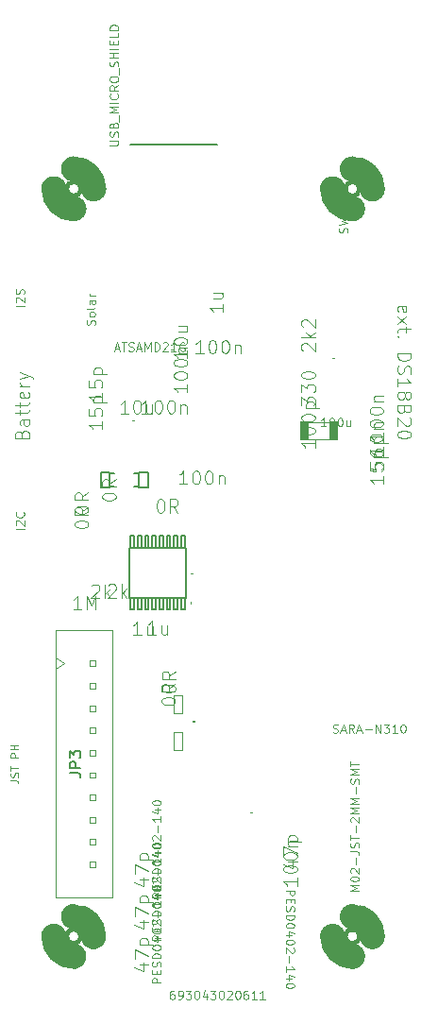
<source format=gbr>
G04 #@! TF.GenerationSoftware,KiCad,Pcbnew,5.1.8+dfsg1-1~bpo10+1*
G04 #@! TF.CreationDate,2021-01-14T22:26:36+01:00*
G04 #@! TF.ProjectId,_autosave-easyhive,5f617574-6f73-4617-9665-2d6561737968,rev?*
G04 #@! TF.SameCoordinates,Original*
G04 #@! TF.FileFunction,Other,Fab,Top*
%FSLAX46Y46*%
G04 Gerber Fmt 4.6, Leading zero omitted, Abs format (unit mm)*
G04 Created by KiCad (PCBNEW 5.1.8+dfsg1-1~bpo10+1) date 2021-01-14 22:26:36*
%MOMM*%
%LPD*%
G01*
G04 APERTURE LIST*
%ADD10C,0.152400*%
%ADD11C,0.127000*%
%ADD12C,0.100000*%
%ADD13C,0.101600*%
%ADD14C,0.203200*%
%ADD15C,0.457200*%
%ADD16C,2.286000*%
%ADD17C,0.077216*%
%ADD18C,0.096520*%
%ADD19C,0.001930*%
%ADD20C,0.150000*%
G04 APERTURE END LIST*
D10*
X146077699Y-103648100D02*
X140972299Y-103648100D01*
X146077699Y-108143900D02*
X146077699Y-103648100D01*
X140972299Y-108143900D02*
X146077699Y-108143900D01*
X140972299Y-103648100D02*
X140972299Y-108143900D01*
X145952398Y-109198000D02*
X145952398Y-108143900D01*
X145647598Y-109198000D02*
X145952398Y-109198000D01*
X145647598Y-108143900D02*
X145647598Y-109198000D01*
X145952398Y-108143900D02*
X145647598Y-108143900D01*
X145302398Y-109198000D02*
X145302398Y-108143900D01*
X144997598Y-109198000D02*
X145302398Y-109198000D01*
X144997598Y-108143900D02*
X144997598Y-109198000D01*
X145302398Y-108143900D02*
X144997598Y-108143900D01*
X144652398Y-109198000D02*
X144652398Y-108143900D01*
X144347598Y-109198000D02*
X144652398Y-109198000D01*
X144347598Y-108143900D02*
X144347598Y-109198000D01*
X144652398Y-108143900D02*
X144347598Y-108143900D01*
X144002398Y-109198000D02*
X144002398Y-108143900D01*
X143697598Y-109198000D02*
X144002398Y-109198000D01*
X143697598Y-108143900D02*
X143697598Y-109198000D01*
X144002398Y-108143900D02*
X143697598Y-108143900D01*
X143352398Y-109198000D02*
X143352398Y-108143900D01*
X143047598Y-109198000D02*
X143352398Y-109198000D01*
X143047598Y-108143900D02*
X143047598Y-109198000D01*
X143352398Y-108143900D02*
X143047598Y-108143900D01*
X142702398Y-109198000D02*
X142702398Y-108143900D01*
X142397598Y-109198000D02*
X142702398Y-109198000D01*
X142397598Y-108143900D02*
X142397598Y-109198000D01*
X142702398Y-108143900D02*
X142397598Y-108143900D01*
X142052398Y-109198000D02*
X142052398Y-108143900D01*
X141747598Y-109198000D02*
X142052398Y-109198000D01*
X141747598Y-108143900D02*
X141747598Y-109198000D01*
X142052398Y-108143900D02*
X141747598Y-108143900D01*
X141402399Y-109198000D02*
X141402399Y-108143900D01*
X141097599Y-109198000D02*
X141402399Y-109198000D01*
X141097599Y-108143900D02*
X141097599Y-109198000D01*
X141402399Y-108143900D02*
X141097599Y-108143900D01*
X141097600Y-102594000D02*
X141097600Y-103648100D01*
X141402400Y-102594000D02*
X141097600Y-102594000D01*
X141402400Y-103648100D02*
X141402400Y-102594000D01*
X141097600Y-103648100D02*
X141402400Y-103648100D01*
X141747600Y-102594000D02*
X141747600Y-103648100D01*
X142052400Y-102594000D02*
X141747600Y-102594000D01*
X142052400Y-103648100D02*
X142052400Y-102594000D01*
X141747600Y-103648100D02*
X142052400Y-103648100D01*
X142397600Y-102594000D02*
X142397600Y-103648100D01*
X142702400Y-102594000D02*
X142397600Y-102594000D01*
X142702400Y-103648100D02*
X142702400Y-102594000D01*
X142397600Y-103648100D02*
X142702400Y-103648100D01*
X143047600Y-102594000D02*
X143047600Y-103648100D01*
X143352400Y-102594000D02*
X143047600Y-102594000D01*
X143352400Y-103648100D02*
X143352400Y-102594000D01*
X143047600Y-103648100D02*
X143352400Y-103648100D01*
X143697600Y-102594000D02*
X143697600Y-103648100D01*
X144002400Y-102594000D02*
X143697600Y-102594000D01*
X144002400Y-103648100D02*
X144002400Y-102594000D01*
X143697600Y-103648100D02*
X144002400Y-103648100D01*
X144347600Y-102594000D02*
X144347600Y-103648100D01*
X144652400Y-102594000D02*
X144347600Y-102594000D01*
X144652400Y-103648100D02*
X144652400Y-102594000D01*
X144347600Y-103648100D02*
X144652400Y-103648100D01*
X144997600Y-102594000D02*
X144997600Y-103648100D01*
X145302400Y-102594000D02*
X144997600Y-102594000D01*
X145302400Y-103648100D02*
X145302400Y-102594000D01*
X144997600Y-103648100D02*
X145302400Y-103648100D01*
X145647599Y-102594000D02*
X145647599Y-103648100D01*
X145952399Y-102594000D02*
X145647599Y-102594000D01*
X145952399Y-103648100D02*
X145952399Y-102594000D01*
X145647599Y-103648100D02*
X145952399Y-103648100D01*
D11*
X148871100Y-67512600D02*
X141071100Y-67512600D01*
D12*
X144952499Y-121800002D02*
X144952499Y-120200003D01*
X145752500Y-121800002D02*
X145752500Y-120200003D01*
X144952499Y-120200003D02*
X145752500Y-120200003D01*
X144952499Y-121800002D02*
X145752500Y-121800002D01*
X144947500Y-118499999D02*
X144947500Y-116900000D01*
X145747501Y-118499999D02*
X145747501Y-116900000D01*
X144947500Y-116900000D02*
X145747501Y-116900000D01*
X144947500Y-118499999D02*
X145747501Y-118499999D01*
D13*
X158965000Y-93987000D02*
X157035000Y-93987000D01*
X158965000Y-92413000D02*
X157035000Y-92413000D01*
D12*
G36*
X159701800Y-92349100D02*
G01*
X158951700Y-92349100D01*
X158951700Y-94049100D01*
X159701800Y-94049100D01*
X159701800Y-92349100D01*
G37*
G36*
X157048300Y-92350900D02*
G01*
X156298200Y-92350900D01*
X156298200Y-94050900D01*
X157048300Y-94050900D01*
X157048300Y-92350900D01*
G37*
D14*
X141850000Y-96900000D02*
X141850000Y-97000000D01*
X141850000Y-97000000D02*
X141850000Y-98200000D01*
X141850000Y-98200000D02*
X141850000Y-98300000D01*
X141850000Y-98300000D02*
X142650000Y-98300000D01*
X142650000Y-98300000D02*
X142650000Y-96900000D01*
X142650000Y-96900000D02*
X141850000Y-96900000D01*
X138450000Y-96900000D02*
X138450000Y-98300000D01*
X138450000Y-98300000D02*
X139250000Y-98300000D01*
X139250000Y-98300000D02*
X139250000Y-98200000D01*
X139250000Y-98200000D02*
X139250000Y-97000000D01*
X139250000Y-97000000D02*
X139250000Y-96900000D01*
X139250000Y-96900000D02*
X138450000Y-96900000D01*
X139250000Y-98200000D02*
X139650000Y-98200000D01*
X141450000Y-98200000D02*
X141850000Y-98200000D01*
X141850000Y-97000000D02*
X141450000Y-97000000D01*
X139650000Y-97000000D02*
X139250000Y-97000000D01*
D15*
X161636100Y-138503600D02*
G75*
G03*
X161636100Y-138503600I-635000J0D01*
G01*
D16*
X162779100Y-138503600D02*
G75*
G03*
X161001100Y-136725600I-1778000J0D01*
G01*
X161001100Y-140281600D02*
G75*
G02*
X159223100Y-138503600I0J1778000D01*
G01*
D15*
X161636100Y-71503600D02*
G75*
G03*
X161636100Y-71503600I-635000J0D01*
G01*
D16*
X162779100Y-71503600D02*
G75*
G03*
X161001100Y-69725600I-1778000J0D01*
G01*
X161001100Y-73281600D02*
G75*
G02*
X159223100Y-71503600I0J1778000D01*
G01*
D15*
X136636100Y-71503600D02*
G75*
G03*
X136636100Y-71503600I-635000J0D01*
G01*
D16*
X137779100Y-71503600D02*
G75*
G03*
X136001100Y-69725600I-1778000J0D01*
G01*
X136001100Y-73281600D02*
G75*
G02*
X134223100Y-71503600I0J1778000D01*
G01*
D15*
X136626600Y-138506200D02*
G75*
G03*
X136626600Y-138506200I-635000J0D01*
G01*
D16*
X137769600Y-138506200D02*
G75*
G03*
X135991600Y-136728200I-1778000J0D01*
G01*
X135991600Y-140284200D02*
G75*
G02*
X134213600Y-138506200I0J1778000D01*
G01*
D12*
X134420800Y-111068400D02*
X134420800Y-135018400D01*
X139420800Y-111068400D02*
X139420800Y-135018400D01*
X134420800Y-111068400D02*
X139420800Y-111068400D01*
X134420800Y-135018400D02*
X139420800Y-135018400D01*
X137920800Y-113793400D02*
X137420800Y-113793400D01*
X137420800Y-113793400D02*
X137420800Y-114293400D01*
X137420800Y-114293400D02*
X137920800Y-114293400D01*
X137920800Y-114293400D02*
X137920800Y-113793400D01*
X137920800Y-115793400D02*
X137420800Y-115793400D01*
X137420800Y-115793400D02*
X137420800Y-116293400D01*
X137420800Y-116293400D02*
X137920800Y-116293400D01*
X137920800Y-116293400D02*
X137920800Y-115793400D01*
X137920800Y-117793400D02*
X137420800Y-117793400D01*
X137420800Y-117793400D02*
X137420800Y-118293400D01*
X137420800Y-118293400D02*
X137920800Y-118293400D01*
X137920800Y-118293400D02*
X137920800Y-117793400D01*
X137920800Y-119793400D02*
X137420800Y-119793400D01*
X137420800Y-119793400D02*
X137420800Y-120293400D01*
X137420800Y-120293400D02*
X137920800Y-120293400D01*
X137920800Y-120293400D02*
X137920800Y-119793400D01*
X137920800Y-121793400D02*
X137420800Y-121793400D01*
X137420800Y-121793400D02*
X137420800Y-122293400D01*
X137420800Y-122293400D02*
X137920800Y-122293400D01*
X137920800Y-122293400D02*
X137920800Y-121793400D01*
X137920800Y-123793400D02*
X137420800Y-123793400D01*
X137420800Y-123793400D02*
X137420800Y-124293400D01*
X137420800Y-124293400D02*
X137920800Y-124293400D01*
X137920800Y-124293400D02*
X137920800Y-123793400D01*
X137920800Y-125793400D02*
X137420800Y-125793400D01*
X137420800Y-125793400D02*
X137420800Y-126293400D01*
X137420800Y-126293400D02*
X137920800Y-126293400D01*
X137920800Y-126293400D02*
X137920800Y-125793400D01*
X137920800Y-127793400D02*
X137420800Y-127793400D01*
X137420800Y-127793400D02*
X137420800Y-128293400D01*
X137420800Y-128293400D02*
X137920800Y-128293400D01*
X137920800Y-128293400D02*
X137920800Y-127793400D01*
X137920800Y-129793400D02*
X137420800Y-129793400D01*
X137420800Y-129793400D02*
X137420800Y-130293400D01*
X137420800Y-130293400D02*
X137920800Y-130293400D01*
X137920800Y-130293400D02*
X137920800Y-129793400D01*
X137920800Y-131793400D02*
X137420800Y-131793400D01*
X137420800Y-131793400D02*
X137420800Y-132293400D01*
X137420800Y-132293400D02*
X137920800Y-132293400D01*
X137920800Y-132293400D02*
X137920800Y-131793400D01*
X134420800Y-113543400D02*
X135127907Y-114043400D01*
X135127907Y-114043400D02*
X134420800Y-114543400D01*
D17*
X139219330Y-67593561D02*
X139844412Y-67593561D01*
X139917951Y-67556792D01*
X139954720Y-67520022D01*
X139991490Y-67446483D01*
X139991490Y-67299405D01*
X139954720Y-67225866D01*
X139917951Y-67189097D01*
X139844412Y-67152327D01*
X139219330Y-67152327D01*
X139954720Y-66821401D02*
X139991490Y-66711093D01*
X139991490Y-66527245D01*
X139954720Y-66453706D01*
X139917951Y-66416937D01*
X139844412Y-66380167D01*
X139770873Y-66380167D01*
X139697334Y-66416937D01*
X139660564Y-66453706D01*
X139623795Y-66527245D01*
X139587025Y-66674323D01*
X139550256Y-66747862D01*
X139513486Y-66784632D01*
X139439947Y-66821401D01*
X139366408Y-66821401D01*
X139292869Y-66784632D01*
X139256100Y-66747862D01*
X139219330Y-66674323D01*
X139219330Y-66490476D01*
X139256100Y-66380167D01*
X139587025Y-65791855D02*
X139623795Y-65681546D01*
X139660564Y-65644777D01*
X139734103Y-65608007D01*
X139844412Y-65608007D01*
X139917951Y-65644777D01*
X139954720Y-65681546D01*
X139991490Y-65755085D01*
X139991490Y-66049241D01*
X139219330Y-66049241D01*
X139219330Y-65791855D01*
X139256100Y-65718316D01*
X139292869Y-65681546D01*
X139366408Y-65644777D01*
X139439947Y-65644777D01*
X139513486Y-65681546D01*
X139550256Y-65718316D01*
X139587025Y-65791855D01*
X139587025Y-66049241D01*
X140065029Y-65460929D02*
X140065029Y-64872617D01*
X139991490Y-64688769D02*
X139219330Y-64688769D01*
X139770873Y-64431382D01*
X139219330Y-64173996D01*
X139991490Y-64173996D01*
X139991490Y-63806301D02*
X139219330Y-63806301D01*
X139917951Y-62997371D02*
X139954720Y-63034141D01*
X139991490Y-63144449D01*
X139991490Y-63217988D01*
X139954720Y-63328297D01*
X139881181Y-63401836D01*
X139807642Y-63438605D01*
X139660564Y-63475375D01*
X139550256Y-63475375D01*
X139403178Y-63438605D01*
X139329639Y-63401836D01*
X139256100Y-63328297D01*
X139219330Y-63217988D01*
X139219330Y-63144449D01*
X139256100Y-63034141D01*
X139292869Y-62997371D01*
X139991490Y-62225211D02*
X139623795Y-62482598D01*
X139991490Y-62666445D02*
X139219330Y-62666445D01*
X139219330Y-62372289D01*
X139256100Y-62298750D01*
X139292869Y-62261981D01*
X139366408Y-62225211D01*
X139476717Y-62225211D01*
X139550256Y-62261981D01*
X139587025Y-62298750D01*
X139623795Y-62372289D01*
X139623795Y-62666445D01*
X139219330Y-61747207D02*
X139219330Y-61600129D01*
X139256100Y-61526590D01*
X139329639Y-61453051D01*
X139476717Y-61416281D01*
X139734103Y-61416281D01*
X139881181Y-61453051D01*
X139954720Y-61526590D01*
X139991490Y-61600129D01*
X139991490Y-61747207D01*
X139954720Y-61820746D01*
X139881181Y-61894285D01*
X139734103Y-61931055D01*
X139476717Y-61931055D01*
X139329639Y-61894285D01*
X139256100Y-61820746D01*
X139219330Y-61747207D01*
X140065029Y-61269203D02*
X140065029Y-60680891D01*
X139954720Y-60533813D02*
X139991490Y-60423504D01*
X139991490Y-60239657D01*
X139954720Y-60166118D01*
X139917951Y-60129348D01*
X139844412Y-60092579D01*
X139770873Y-60092579D01*
X139697334Y-60129348D01*
X139660564Y-60166118D01*
X139623795Y-60239657D01*
X139587025Y-60386735D01*
X139550256Y-60460274D01*
X139513486Y-60497043D01*
X139439947Y-60533813D01*
X139366408Y-60533813D01*
X139292869Y-60497043D01*
X139256100Y-60460274D01*
X139219330Y-60386735D01*
X139219330Y-60202887D01*
X139256100Y-60092579D01*
X139991490Y-59761653D02*
X139219330Y-59761653D01*
X139587025Y-59761653D02*
X139587025Y-59320419D01*
X139991490Y-59320419D02*
X139219330Y-59320419D01*
X139991490Y-58952723D02*
X139219330Y-58952723D01*
X139587025Y-58585028D02*
X139587025Y-58327641D01*
X139991490Y-58217333D02*
X139991490Y-58585028D01*
X139219330Y-58585028D01*
X139219330Y-58217333D01*
X139991490Y-57518712D02*
X139991490Y-57886407D01*
X139219330Y-57886407D01*
X139991490Y-57261325D02*
X139219330Y-57261325D01*
X139219330Y-57077478D01*
X139256100Y-56967169D01*
X139329639Y-56893630D01*
X139403178Y-56856861D01*
X139550256Y-56820091D01*
X139660564Y-56820091D01*
X139807642Y-56856861D01*
X139881181Y-56893630D01*
X139954720Y-56967169D01*
X139991490Y-57077478D01*
X139991490Y-57261325D01*
X161576390Y-134405961D02*
X160804230Y-134405961D01*
X161355773Y-134148575D01*
X160804230Y-133891188D01*
X161576390Y-133891188D01*
X160804230Y-133376415D02*
X160804230Y-133302876D01*
X160841000Y-133229337D01*
X160877769Y-133192567D01*
X160951308Y-133155798D01*
X161098386Y-133119028D01*
X161282234Y-133119028D01*
X161429312Y-133155798D01*
X161502851Y-133192567D01*
X161539620Y-133229337D01*
X161576390Y-133302876D01*
X161576390Y-133376415D01*
X161539620Y-133449954D01*
X161502851Y-133486723D01*
X161429312Y-133523493D01*
X161282234Y-133560262D01*
X161098386Y-133560262D01*
X160951308Y-133523493D01*
X160877769Y-133486723D01*
X160841000Y-133449954D01*
X160804230Y-133376415D01*
X160877769Y-132824872D02*
X160841000Y-132788102D01*
X160804230Y-132714563D01*
X160804230Y-132530716D01*
X160841000Y-132457177D01*
X160877769Y-132420407D01*
X160951308Y-132383638D01*
X161024847Y-132383638D01*
X161135156Y-132420407D01*
X161576390Y-132861641D01*
X161576390Y-132383638D01*
X161282234Y-132052712D02*
X161282234Y-131464400D01*
X160804230Y-130876087D02*
X161355773Y-130876087D01*
X161466081Y-130912857D01*
X161539620Y-130986396D01*
X161576390Y-131096704D01*
X161576390Y-131170243D01*
X161539620Y-130545161D02*
X161576390Y-130434853D01*
X161576390Y-130251005D01*
X161539620Y-130177466D01*
X161502851Y-130140697D01*
X161429312Y-130103927D01*
X161355773Y-130103927D01*
X161282234Y-130140697D01*
X161245464Y-130177466D01*
X161208695Y-130251005D01*
X161171925Y-130398083D01*
X161135156Y-130471622D01*
X161098386Y-130508392D01*
X161024847Y-130545161D01*
X160951308Y-130545161D01*
X160877769Y-130508392D01*
X160841000Y-130471622D01*
X160804230Y-130398083D01*
X160804230Y-130214236D01*
X160841000Y-130103927D01*
X160804230Y-129883310D02*
X160804230Y-129442076D01*
X161576390Y-129662693D02*
X160804230Y-129662693D01*
X161282234Y-129184689D02*
X161282234Y-128596377D01*
X160877769Y-128265451D02*
X160841000Y-128228681D01*
X160804230Y-128155142D01*
X160804230Y-127971295D01*
X160841000Y-127897756D01*
X160877769Y-127860986D01*
X160951308Y-127824217D01*
X161024847Y-127824217D01*
X161135156Y-127860986D01*
X161576390Y-128302221D01*
X161576390Y-127824217D01*
X161576390Y-127493291D02*
X160804230Y-127493291D01*
X161355773Y-127235904D01*
X160804230Y-126978518D01*
X161576390Y-126978518D01*
X161576390Y-126610822D02*
X160804230Y-126610822D01*
X161355773Y-126353436D01*
X160804230Y-126096049D01*
X161576390Y-126096049D01*
X161282234Y-125728354D02*
X161282234Y-125140041D01*
X161539620Y-124809116D02*
X161576390Y-124698807D01*
X161576390Y-124514960D01*
X161539620Y-124441421D01*
X161502851Y-124404651D01*
X161429312Y-124367881D01*
X161355773Y-124367881D01*
X161282234Y-124404651D01*
X161245464Y-124441421D01*
X161208695Y-124514960D01*
X161171925Y-124662038D01*
X161135156Y-124735577D01*
X161098386Y-124772346D01*
X161024847Y-124809116D01*
X160951308Y-124809116D01*
X160877769Y-124772346D01*
X160841000Y-124735577D01*
X160804230Y-124662038D01*
X160804230Y-124478190D01*
X160841000Y-124367881D01*
X161576390Y-124036956D02*
X160804230Y-124036956D01*
X161355773Y-123779569D01*
X160804230Y-123522182D01*
X161576390Y-123522182D01*
X160804230Y-123264796D02*
X160804230Y-122823561D01*
X161576390Y-123044179D02*
X160804230Y-123044179D01*
D18*
X165083404Y-82501881D02*
X165025952Y-82386976D01*
X165025952Y-82157166D01*
X165083404Y-82042262D01*
X165198309Y-81984809D01*
X165657928Y-81984809D01*
X165772833Y-82042262D01*
X165830285Y-82157166D01*
X165830285Y-82386976D01*
X165772833Y-82501881D01*
X165657928Y-82559333D01*
X165543023Y-82559333D01*
X165428119Y-81984809D01*
X165025952Y-82961500D02*
X165830285Y-83593476D01*
X165830285Y-82961500D02*
X165025952Y-83593476D01*
X165830285Y-83880738D02*
X165830285Y-84340357D01*
X166232452Y-84053095D02*
X165198309Y-84053095D01*
X165083404Y-84110547D01*
X165025952Y-84225452D01*
X165025952Y-84340357D01*
X165140857Y-84742523D02*
X165083404Y-84799976D01*
X165025952Y-84742523D01*
X165083404Y-84685071D01*
X165140857Y-84742523D01*
X165025952Y-84742523D01*
X165025952Y-86236285D02*
X166232452Y-86236285D01*
X166232452Y-86523547D01*
X166175000Y-86695904D01*
X166060095Y-86810809D01*
X165945190Y-86868262D01*
X165715380Y-86925714D01*
X165543023Y-86925714D01*
X165313214Y-86868262D01*
X165198309Y-86810809D01*
X165083404Y-86695904D01*
X165025952Y-86523547D01*
X165025952Y-86236285D01*
X165083404Y-87385333D02*
X165025952Y-87557690D01*
X165025952Y-87844952D01*
X165083404Y-87959857D01*
X165140857Y-88017309D01*
X165255761Y-88074762D01*
X165370666Y-88074762D01*
X165485571Y-88017309D01*
X165543023Y-87959857D01*
X165600476Y-87844952D01*
X165657928Y-87615142D01*
X165715380Y-87500238D01*
X165772833Y-87442785D01*
X165887738Y-87385333D01*
X166002642Y-87385333D01*
X166117547Y-87442785D01*
X166175000Y-87500238D01*
X166232452Y-87615142D01*
X166232452Y-87902404D01*
X166175000Y-88074762D01*
X165025952Y-89223809D02*
X165025952Y-88534381D01*
X165025952Y-88879095D02*
X166232452Y-88879095D01*
X166060095Y-88764190D01*
X165945190Y-88649285D01*
X165887738Y-88534381D01*
X165715380Y-89913238D02*
X165772833Y-89798333D01*
X165830285Y-89740881D01*
X165945190Y-89683428D01*
X166002642Y-89683428D01*
X166117547Y-89740881D01*
X166175000Y-89798333D01*
X166232452Y-89913238D01*
X166232452Y-90143047D01*
X166175000Y-90257952D01*
X166117547Y-90315404D01*
X166002642Y-90372857D01*
X165945190Y-90372857D01*
X165830285Y-90315404D01*
X165772833Y-90257952D01*
X165715380Y-90143047D01*
X165715380Y-89913238D01*
X165657928Y-89798333D01*
X165600476Y-89740881D01*
X165485571Y-89683428D01*
X165255761Y-89683428D01*
X165140857Y-89740881D01*
X165083404Y-89798333D01*
X165025952Y-89913238D01*
X165025952Y-90143047D01*
X165083404Y-90257952D01*
X165140857Y-90315404D01*
X165255761Y-90372857D01*
X165485571Y-90372857D01*
X165600476Y-90315404D01*
X165657928Y-90257952D01*
X165715380Y-90143047D01*
X165657928Y-91292095D02*
X165600476Y-91464452D01*
X165543023Y-91521904D01*
X165428119Y-91579357D01*
X165255761Y-91579357D01*
X165140857Y-91521904D01*
X165083404Y-91464452D01*
X165025952Y-91349547D01*
X165025952Y-90889928D01*
X166232452Y-90889928D01*
X166232452Y-91292095D01*
X166175000Y-91407000D01*
X166117547Y-91464452D01*
X166002642Y-91521904D01*
X165887738Y-91521904D01*
X165772833Y-91464452D01*
X165715380Y-91407000D01*
X165657928Y-91292095D01*
X165657928Y-90889928D01*
X166117547Y-92038976D02*
X166175000Y-92096428D01*
X166232452Y-92211333D01*
X166232452Y-92498595D01*
X166175000Y-92613500D01*
X166117547Y-92670952D01*
X166002642Y-92728404D01*
X165887738Y-92728404D01*
X165715380Y-92670952D01*
X165025952Y-91981523D01*
X165025952Y-92728404D01*
X166232452Y-93475285D02*
X166232452Y-93590190D01*
X166175000Y-93705095D01*
X166117547Y-93762547D01*
X166002642Y-93820000D01*
X165772833Y-93877452D01*
X165485571Y-93877452D01*
X165255761Y-93820000D01*
X165140857Y-93762547D01*
X165083404Y-93705095D01*
X165025952Y-93590190D01*
X165025952Y-93475285D01*
X165083404Y-93360381D01*
X165140857Y-93302928D01*
X165255761Y-93245476D01*
X165485571Y-93188023D01*
X165772833Y-93188023D01*
X166002642Y-93245476D01*
X166117547Y-93302928D01*
X166175000Y-93360381D01*
X166232452Y-93475285D01*
D17*
X131561490Y-101999561D02*
X130789330Y-101999561D01*
X130862869Y-101668636D02*
X130826100Y-101631866D01*
X130789330Y-101558327D01*
X130789330Y-101374480D01*
X130826100Y-101300941D01*
X130862869Y-101264171D01*
X130936408Y-101227401D01*
X131009947Y-101227401D01*
X131120256Y-101264171D01*
X131561490Y-101705405D01*
X131561490Y-101227401D01*
X131487951Y-100455241D02*
X131524720Y-100492011D01*
X131561490Y-100602320D01*
X131561490Y-100675859D01*
X131524720Y-100786167D01*
X131451181Y-100859706D01*
X131377642Y-100896476D01*
X131230564Y-100933245D01*
X131120256Y-100933245D01*
X130973178Y-100896476D01*
X130899639Y-100859706D01*
X130826100Y-100786167D01*
X130789330Y-100675859D01*
X130789330Y-100602320D01*
X130826100Y-100492011D01*
X130862869Y-100455241D01*
D18*
X131343171Y-93481433D02*
X131400623Y-93309076D01*
X131458076Y-93251623D01*
X131572980Y-93194171D01*
X131745338Y-93194171D01*
X131860242Y-93251623D01*
X131917695Y-93309076D01*
X131975147Y-93423981D01*
X131975147Y-93883600D01*
X130768647Y-93883600D01*
X130768647Y-93481433D01*
X130826100Y-93366528D01*
X130883552Y-93309076D01*
X130998457Y-93251623D01*
X131113361Y-93251623D01*
X131228266Y-93309076D01*
X131285719Y-93366528D01*
X131343171Y-93481433D01*
X131343171Y-93883600D01*
X131975147Y-92160028D02*
X131343171Y-92160028D01*
X131228266Y-92217481D01*
X131170814Y-92332385D01*
X131170814Y-92562195D01*
X131228266Y-92677100D01*
X131917695Y-92160028D02*
X131975147Y-92274933D01*
X131975147Y-92562195D01*
X131917695Y-92677100D01*
X131802790Y-92734552D01*
X131687885Y-92734552D01*
X131572980Y-92677100D01*
X131515528Y-92562195D01*
X131515528Y-92274933D01*
X131458076Y-92160028D01*
X131170814Y-91757862D02*
X131170814Y-91298242D01*
X130768647Y-91585504D02*
X131802790Y-91585504D01*
X131917695Y-91528052D01*
X131975147Y-91413147D01*
X131975147Y-91298242D01*
X131170814Y-91068433D02*
X131170814Y-90608814D01*
X130768647Y-90896076D02*
X131802790Y-90896076D01*
X131917695Y-90838623D01*
X131975147Y-90723719D01*
X131975147Y-90608814D01*
X131917695Y-89747028D02*
X131975147Y-89861933D01*
X131975147Y-90091742D01*
X131917695Y-90206647D01*
X131802790Y-90264100D01*
X131343171Y-90264100D01*
X131228266Y-90206647D01*
X131170814Y-90091742D01*
X131170814Y-89861933D01*
X131228266Y-89747028D01*
X131343171Y-89689576D01*
X131458076Y-89689576D01*
X131572980Y-90264100D01*
X131975147Y-89172504D02*
X131170814Y-89172504D01*
X131400623Y-89172504D02*
X131285719Y-89115052D01*
X131228266Y-89057600D01*
X131170814Y-88942695D01*
X131170814Y-88827790D01*
X131170814Y-88540528D02*
X131975147Y-88253266D01*
X131170814Y-87966004D02*
X131975147Y-88253266D01*
X132262409Y-88368171D01*
X132319861Y-88425623D01*
X132377314Y-88540528D01*
D17*
X131561490Y-81999561D02*
X130789330Y-81999561D01*
X130862869Y-81668636D02*
X130826100Y-81631866D01*
X130789330Y-81558327D01*
X130789330Y-81374480D01*
X130826100Y-81300941D01*
X130862869Y-81264171D01*
X130936408Y-81227401D01*
X131009947Y-81227401D01*
X131120256Y-81264171D01*
X131561490Y-81705405D01*
X131561490Y-81227401D01*
X131524720Y-80933245D02*
X131561490Y-80822937D01*
X131561490Y-80639089D01*
X131524720Y-80565550D01*
X131487951Y-80528781D01*
X131414412Y-80492011D01*
X131340873Y-80492011D01*
X131267334Y-80528781D01*
X131230564Y-80565550D01*
X131193795Y-80639089D01*
X131157025Y-80786167D01*
X131120256Y-80859706D01*
X131083486Y-80896476D01*
X131009947Y-80933245D01*
X130936408Y-80933245D01*
X130862869Y-80896476D01*
X130826100Y-80859706D01*
X130789330Y-80786167D01*
X130789330Y-80602320D01*
X130826100Y-80492011D01*
X160524720Y-75436331D02*
X160561490Y-75326022D01*
X160561490Y-75142175D01*
X160524720Y-75068636D01*
X160487951Y-75031866D01*
X160414412Y-74995097D01*
X160340873Y-74995097D01*
X160267334Y-75031866D01*
X160230564Y-75068636D01*
X160193795Y-75142175D01*
X160157025Y-75289253D01*
X160120256Y-75362792D01*
X160083486Y-75399561D01*
X160009947Y-75436331D01*
X159936408Y-75436331D01*
X159862869Y-75399561D01*
X159826100Y-75362792D01*
X159789330Y-75289253D01*
X159789330Y-75105405D01*
X159826100Y-74995097D01*
X159789330Y-74737710D02*
X160561490Y-74553862D01*
X160009947Y-74406784D01*
X160561490Y-74259706D01*
X159789330Y-74075859D01*
X160561490Y-73781702D02*
X159789330Y-73781702D01*
X159789330Y-73597855D01*
X159826100Y-73487546D01*
X159899639Y-73414007D01*
X159973178Y-73377238D01*
X160120256Y-73340468D01*
X160230564Y-73340468D01*
X160377642Y-73377238D01*
X160451181Y-73414007D01*
X160524720Y-73487546D01*
X160561490Y-73597855D01*
X160561490Y-73781702D01*
X137874720Y-83691813D02*
X137911490Y-83581504D01*
X137911490Y-83397657D01*
X137874720Y-83324118D01*
X137837951Y-83287348D01*
X137764412Y-83250578D01*
X137690873Y-83250578D01*
X137617334Y-83287348D01*
X137580564Y-83324118D01*
X137543795Y-83397657D01*
X137507025Y-83544735D01*
X137470256Y-83618274D01*
X137433486Y-83655043D01*
X137359947Y-83691813D01*
X137286408Y-83691813D01*
X137212869Y-83655043D01*
X137176100Y-83618274D01*
X137139330Y-83544735D01*
X137139330Y-83360887D01*
X137176100Y-83250578D01*
X137911490Y-82809344D02*
X137874720Y-82882883D01*
X137837951Y-82919653D01*
X137764412Y-82956422D01*
X137543795Y-82956422D01*
X137470256Y-82919653D01*
X137433486Y-82882883D01*
X137396717Y-82809344D01*
X137396717Y-82699036D01*
X137433486Y-82625497D01*
X137470256Y-82588727D01*
X137543795Y-82551958D01*
X137764412Y-82551958D01*
X137837951Y-82588727D01*
X137874720Y-82625497D01*
X137911490Y-82699036D01*
X137911490Y-82809344D01*
X137911490Y-82110723D02*
X137874720Y-82184262D01*
X137801181Y-82221032D01*
X137139330Y-82221032D01*
X137911490Y-81485641D02*
X137507025Y-81485641D01*
X137433486Y-81522411D01*
X137396717Y-81595950D01*
X137396717Y-81743028D01*
X137433486Y-81816567D01*
X137874720Y-81485641D02*
X137911490Y-81559180D01*
X137911490Y-81743028D01*
X137874720Y-81816567D01*
X137801181Y-81853337D01*
X137727642Y-81853337D01*
X137654103Y-81816567D01*
X137617334Y-81743028D01*
X137617334Y-81559180D01*
X137580564Y-81485641D01*
X137911490Y-81117946D02*
X137396717Y-81117946D01*
X137543795Y-81117946D02*
X137470256Y-81081177D01*
X137433486Y-81044407D01*
X137396717Y-80970868D01*
X137396717Y-80897329D01*
X158638502Y-92792390D02*
X158197268Y-92792390D01*
X158417885Y-92792390D02*
X158417885Y-92020230D01*
X158344346Y-92130539D01*
X158270807Y-92204078D01*
X158197268Y-92240847D01*
X159116506Y-92020230D02*
X159190045Y-92020230D01*
X159263584Y-92057000D01*
X159300354Y-92093769D01*
X159337123Y-92167308D01*
X159373893Y-92314386D01*
X159373893Y-92498234D01*
X159337123Y-92645312D01*
X159300354Y-92718851D01*
X159263584Y-92755620D01*
X159190045Y-92792390D01*
X159116506Y-92792390D01*
X159042967Y-92755620D01*
X159006198Y-92718851D01*
X158969428Y-92645312D01*
X158932658Y-92498234D01*
X158932658Y-92314386D01*
X158969428Y-92167308D01*
X159006198Y-92093769D01*
X159042967Y-92057000D01*
X159116506Y-92020230D01*
X159851897Y-92020230D02*
X159925436Y-92020230D01*
X159998975Y-92057000D01*
X160035744Y-92093769D01*
X160072514Y-92167308D01*
X160109283Y-92314386D01*
X160109283Y-92498234D01*
X160072514Y-92645312D01*
X160035744Y-92718851D01*
X159998975Y-92755620D01*
X159925436Y-92792390D01*
X159851897Y-92792390D01*
X159778358Y-92755620D01*
X159741588Y-92718851D01*
X159704818Y-92645312D01*
X159668049Y-92498234D01*
X159668049Y-92314386D01*
X159704818Y-92167308D01*
X159741588Y-92093769D01*
X159778358Y-92057000D01*
X159851897Y-92020230D01*
X160771135Y-92277617D02*
X160771135Y-92792390D01*
X160440209Y-92277617D02*
X160440209Y-92682081D01*
X160476978Y-92755620D01*
X160550518Y-92792390D01*
X160660826Y-92792390D01*
X160734365Y-92755620D01*
X160771135Y-92718851D01*
D19*
X146493720Y-108673077D02*
X146493720Y-108659289D01*
X146517850Y-108666183D02*
X146493720Y-108666183D01*
X146517850Y-108651245D02*
X146493720Y-108651245D01*
X146493720Y-108642053D01*
X146494870Y-108639755D01*
X146496019Y-108638606D01*
X146498317Y-108637457D01*
X146501764Y-108637457D01*
X146504062Y-108638606D01*
X146505211Y-108639755D01*
X146506360Y-108642053D01*
X146506360Y-108651245D01*
X146493720Y-108630563D02*
X146493720Y-108616774D01*
X146517850Y-108623668D02*
X146493720Y-108623668D01*
X146517850Y-108608731D02*
X146493720Y-108608731D01*
X146493720Y-108599538D01*
X146494870Y-108597240D01*
X146496019Y-108596091D01*
X146498317Y-108594942D01*
X146501764Y-108594942D01*
X146504062Y-108596091D01*
X146505211Y-108597240D01*
X146506360Y-108599538D01*
X146506360Y-108608731D01*
X146493720Y-108580004D02*
X146493720Y-108577706D01*
X146494870Y-108575408D01*
X146496019Y-108574259D01*
X146498317Y-108573110D01*
X146502913Y-108571961D01*
X146508658Y-108571961D01*
X146513254Y-108573110D01*
X146515552Y-108574259D01*
X146516701Y-108575408D01*
X146517850Y-108577706D01*
X146517850Y-108580004D01*
X146516701Y-108582303D01*
X146515552Y-108583452D01*
X146513254Y-108584601D01*
X146508658Y-108585750D01*
X146502913Y-108585750D01*
X146498317Y-108584601D01*
X146496019Y-108583452D01*
X146494870Y-108582303D01*
X146493720Y-108580004D01*
X146504062Y-108558173D02*
X146502913Y-108560471D01*
X146501764Y-108561620D01*
X146499466Y-108562769D01*
X146498317Y-108562769D01*
X146496019Y-108561620D01*
X146494870Y-108560471D01*
X146493720Y-108558173D01*
X146493720Y-108553576D01*
X146494870Y-108551278D01*
X146496019Y-108550129D01*
X146498317Y-108548980D01*
X146499466Y-108548980D01*
X146501764Y-108550129D01*
X146502913Y-108551278D01*
X146504062Y-108553576D01*
X146504062Y-108558173D01*
X146505211Y-108560471D01*
X146506360Y-108561620D01*
X146508658Y-108562769D01*
X146513254Y-108562769D01*
X146515552Y-108561620D01*
X146516701Y-108560471D01*
X146517850Y-108558173D01*
X146517850Y-108553576D01*
X146516701Y-108551278D01*
X146515552Y-108550129D01*
X146513254Y-108548980D01*
X146508658Y-108548980D01*
X146506360Y-108550129D01*
X146505211Y-108551278D01*
X146504062Y-108553576D01*
X146517850Y-108524850D02*
X146506360Y-108532894D01*
X146517850Y-108538639D02*
X146493720Y-108538639D01*
X146493720Y-108529446D01*
X146494870Y-108527148D01*
X146496019Y-108525999D01*
X146498317Y-108524850D01*
X146501764Y-108524850D01*
X146504062Y-108525999D01*
X146505211Y-108527148D01*
X146506360Y-108529446D01*
X146506360Y-108538639D01*
X159222552Y-86655720D02*
X159236341Y-86655720D01*
X159229446Y-86679850D02*
X159229446Y-86655720D01*
X159244384Y-86679850D02*
X159244384Y-86655720D01*
X159253576Y-86655720D01*
X159255874Y-86656870D01*
X159257024Y-86658019D01*
X159258173Y-86660317D01*
X159258173Y-86663764D01*
X159257024Y-86666062D01*
X159255874Y-86667211D01*
X159253576Y-86668360D01*
X159244384Y-86668360D01*
X159265067Y-86655720D02*
X159278855Y-86655720D01*
X159271961Y-86679850D02*
X159271961Y-86655720D01*
X159286899Y-86679850D02*
X159286899Y-86655720D01*
X159296091Y-86655720D01*
X159298389Y-86656870D01*
X159299538Y-86658019D01*
X159300687Y-86660317D01*
X159300687Y-86663764D01*
X159299538Y-86666062D01*
X159298389Y-86667211D01*
X159296091Y-86668360D01*
X159286899Y-86668360D01*
X159315625Y-86655720D02*
X159317923Y-86655720D01*
X159320221Y-86656870D01*
X159321370Y-86658019D01*
X159322519Y-86660317D01*
X159323668Y-86664913D01*
X159323668Y-86670658D01*
X159322519Y-86675254D01*
X159321370Y-86677552D01*
X159320221Y-86678701D01*
X159317923Y-86679850D01*
X159315625Y-86679850D01*
X159313327Y-86678701D01*
X159312178Y-86677552D01*
X159311029Y-86675254D01*
X159309880Y-86670658D01*
X159309880Y-86664913D01*
X159311029Y-86660317D01*
X159312178Y-86658019D01*
X159313327Y-86656870D01*
X159315625Y-86655720D01*
X159337457Y-86666062D02*
X159335159Y-86664913D01*
X159334010Y-86663764D01*
X159332861Y-86661466D01*
X159332861Y-86660317D01*
X159334010Y-86658019D01*
X159335159Y-86656870D01*
X159337457Y-86655720D01*
X159342053Y-86655720D01*
X159344351Y-86656870D01*
X159345500Y-86658019D01*
X159346649Y-86660317D01*
X159346649Y-86661466D01*
X159345500Y-86663764D01*
X159344351Y-86664913D01*
X159342053Y-86666062D01*
X159337457Y-86666062D01*
X159335159Y-86667211D01*
X159334010Y-86668360D01*
X159332861Y-86670658D01*
X159332861Y-86675254D01*
X159334010Y-86677552D01*
X159335159Y-86678701D01*
X159337457Y-86679850D01*
X159342053Y-86679850D01*
X159344351Y-86678701D01*
X159345500Y-86677552D01*
X159346649Y-86675254D01*
X159346649Y-86670658D01*
X159345500Y-86668360D01*
X159344351Y-86667211D01*
X159342053Y-86666062D01*
X159370779Y-86679850D02*
X159362736Y-86668360D01*
X159356991Y-86679850D02*
X159356991Y-86655720D01*
X159366183Y-86655720D01*
X159368481Y-86656870D01*
X159369630Y-86658019D01*
X159370779Y-86660317D01*
X159370779Y-86663764D01*
X159369630Y-86666062D01*
X159368481Y-86667211D01*
X159366183Y-86668360D01*
X159356991Y-86668360D01*
X145872552Y-85805720D02*
X145886341Y-85805720D01*
X145879446Y-85829850D02*
X145879446Y-85805720D01*
X145894384Y-85829850D02*
X145894384Y-85805720D01*
X145903576Y-85805720D01*
X145905874Y-85806870D01*
X145907024Y-85808019D01*
X145908173Y-85810317D01*
X145908173Y-85813764D01*
X145907024Y-85816062D01*
X145905874Y-85817211D01*
X145903576Y-85818360D01*
X145894384Y-85818360D01*
X145915067Y-85805720D02*
X145928855Y-85805720D01*
X145921961Y-85829850D02*
X145921961Y-85805720D01*
X145936899Y-85829850D02*
X145936899Y-85805720D01*
X145946091Y-85805720D01*
X145948389Y-85806870D01*
X145949538Y-85808019D01*
X145950687Y-85810317D01*
X145950687Y-85813764D01*
X145949538Y-85816062D01*
X145948389Y-85817211D01*
X145946091Y-85818360D01*
X145936899Y-85818360D01*
X145965625Y-85805720D02*
X145967923Y-85805720D01*
X145970221Y-85806870D01*
X145971370Y-85808019D01*
X145972519Y-85810317D01*
X145973668Y-85814913D01*
X145973668Y-85820658D01*
X145972519Y-85825254D01*
X145971370Y-85827552D01*
X145970221Y-85828701D01*
X145967923Y-85829850D01*
X145965625Y-85829850D01*
X145963327Y-85828701D01*
X145962178Y-85827552D01*
X145961029Y-85825254D01*
X145959880Y-85820658D01*
X145959880Y-85814913D01*
X145961029Y-85810317D01*
X145962178Y-85808019D01*
X145963327Y-85806870D01*
X145965625Y-85805720D01*
X145987457Y-85816062D02*
X145985159Y-85814913D01*
X145984010Y-85813764D01*
X145982861Y-85811466D01*
X145982861Y-85810317D01*
X145984010Y-85808019D01*
X145985159Y-85806870D01*
X145987457Y-85805720D01*
X145992053Y-85805720D01*
X145994351Y-85806870D01*
X145995500Y-85808019D01*
X145996649Y-85810317D01*
X145996649Y-85811466D01*
X145995500Y-85813764D01*
X145994351Y-85814913D01*
X145992053Y-85816062D01*
X145987457Y-85816062D01*
X145985159Y-85817211D01*
X145984010Y-85818360D01*
X145982861Y-85820658D01*
X145982861Y-85825254D01*
X145984010Y-85827552D01*
X145985159Y-85828701D01*
X145987457Y-85829850D01*
X145992053Y-85829850D01*
X145994351Y-85828701D01*
X145995500Y-85827552D01*
X145996649Y-85825254D01*
X145996649Y-85820658D01*
X145995500Y-85818360D01*
X145994351Y-85817211D01*
X145992053Y-85816062D01*
X146020779Y-85829850D02*
X146012736Y-85818360D01*
X146006991Y-85829850D02*
X146006991Y-85805720D01*
X146016183Y-85805720D01*
X146018481Y-85806870D01*
X146019630Y-85808019D01*
X146020779Y-85810317D01*
X146020779Y-85813764D01*
X146019630Y-85816062D01*
X146018481Y-85817211D01*
X146016183Y-85818360D01*
X146006991Y-85818360D01*
X144752402Y-85868070D02*
X144766191Y-85868070D01*
X144759296Y-85892200D02*
X144759296Y-85868070D01*
X144774234Y-85892200D02*
X144774234Y-85868070D01*
X144783426Y-85868070D01*
X144785724Y-85869220D01*
X144786874Y-85870369D01*
X144788023Y-85872667D01*
X144788023Y-85876114D01*
X144786874Y-85878412D01*
X144785724Y-85879561D01*
X144783426Y-85880710D01*
X144774234Y-85880710D01*
X144794917Y-85868070D02*
X144808705Y-85868070D01*
X144801811Y-85892200D02*
X144801811Y-85868070D01*
X144816749Y-85892200D02*
X144816749Y-85868070D01*
X144825941Y-85868070D01*
X144828239Y-85869220D01*
X144829388Y-85870369D01*
X144830537Y-85872667D01*
X144830537Y-85876114D01*
X144829388Y-85878412D01*
X144828239Y-85879561D01*
X144825941Y-85880710D01*
X144816749Y-85880710D01*
X144845475Y-85868070D02*
X144847773Y-85868070D01*
X144850071Y-85869220D01*
X144851220Y-85870369D01*
X144852369Y-85872667D01*
X144853518Y-85877263D01*
X144853518Y-85883008D01*
X144852369Y-85887604D01*
X144851220Y-85889902D01*
X144850071Y-85891051D01*
X144847773Y-85892200D01*
X144845475Y-85892200D01*
X144843177Y-85891051D01*
X144842028Y-85889902D01*
X144840879Y-85887604D01*
X144839730Y-85883008D01*
X144839730Y-85877263D01*
X144840879Y-85872667D01*
X144842028Y-85870369D01*
X144843177Y-85869220D01*
X144845475Y-85868070D01*
X144867307Y-85878412D02*
X144865009Y-85877263D01*
X144863860Y-85876114D01*
X144862711Y-85873816D01*
X144862711Y-85872667D01*
X144863860Y-85870369D01*
X144865009Y-85869220D01*
X144867307Y-85868070D01*
X144871903Y-85868070D01*
X144874201Y-85869220D01*
X144875350Y-85870369D01*
X144876499Y-85872667D01*
X144876499Y-85873816D01*
X144875350Y-85876114D01*
X144874201Y-85877263D01*
X144871903Y-85878412D01*
X144867307Y-85878412D01*
X144865009Y-85879561D01*
X144863860Y-85880710D01*
X144862711Y-85883008D01*
X144862711Y-85887604D01*
X144863860Y-85889902D01*
X144865009Y-85891051D01*
X144867307Y-85892200D01*
X144871903Y-85892200D01*
X144874201Y-85891051D01*
X144875350Y-85889902D01*
X144876499Y-85887604D01*
X144876499Y-85883008D01*
X144875350Y-85880710D01*
X144874201Y-85879561D01*
X144871903Y-85878412D01*
X144900629Y-85892200D02*
X144892586Y-85880710D01*
X144886841Y-85892200D02*
X144886841Y-85868070D01*
X144896033Y-85868070D01*
X144898331Y-85869220D01*
X144899480Y-85870369D01*
X144900629Y-85872667D01*
X144900629Y-85876114D01*
X144899480Y-85878412D01*
X144898331Y-85879561D01*
X144896033Y-85880710D01*
X144886841Y-85880710D01*
X141259902Y-92218070D02*
X141273691Y-92218070D01*
X141266796Y-92242200D02*
X141266796Y-92218070D01*
X141281734Y-92242200D02*
X141281734Y-92218070D01*
X141290926Y-92218070D01*
X141293224Y-92219220D01*
X141294374Y-92220369D01*
X141295523Y-92222667D01*
X141295523Y-92226114D01*
X141294374Y-92228412D01*
X141293224Y-92229561D01*
X141290926Y-92230710D01*
X141281734Y-92230710D01*
X141302417Y-92218070D02*
X141316205Y-92218070D01*
X141309311Y-92242200D02*
X141309311Y-92218070D01*
X141324249Y-92242200D02*
X141324249Y-92218070D01*
X141333441Y-92218070D01*
X141335739Y-92219220D01*
X141336888Y-92220369D01*
X141338037Y-92222667D01*
X141338037Y-92226114D01*
X141336888Y-92228412D01*
X141335739Y-92229561D01*
X141333441Y-92230710D01*
X141324249Y-92230710D01*
X141352975Y-92218070D02*
X141355273Y-92218070D01*
X141357571Y-92219220D01*
X141358720Y-92220369D01*
X141359869Y-92222667D01*
X141361018Y-92227263D01*
X141361018Y-92233008D01*
X141359869Y-92237604D01*
X141358720Y-92239902D01*
X141357571Y-92241051D01*
X141355273Y-92242200D01*
X141352975Y-92242200D01*
X141350677Y-92241051D01*
X141349528Y-92239902D01*
X141348379Y-92237604D01*
X141347230Y-92233008D01*
X141347230Y-92227263D01*
X141348379Y-92222667D01*
X141349528Y-92220369D01*
X141350677Y-92219220D01*
X141352975Y-92218070D01*
X141374807Y-92228412D02*
X141372509Y-92227263D01*
X141371360Y-92226114D01*
X141370211Y-92223816D01*
X141370211Y-92222667D01*
X141371360Y-92220369D01*
X141372509Y-92219220D01*
X141374807Y-92218070D01*
X141379403Y-92218070D01*
X141381701Y-92219220D01*
X141382850Y-92220369D01*
X141383999Y-92222667D01*
X141383999Y-92223816D01*
X141382850Y-92226114D01*
X141381701Y-92227263D01*
X141379403Y-92228412D01*
X141374807Y-92228412D01*
X141372509Y-92229561D01*
X141371360Y-92230710D01*
X141370211Y-92233008D01*
X141370211Y-92237604D01*
X141371360Y-92239902D01*
X141372509Y-92241051D01*
X141374807Y-92242200D01*
X141379403Y-92242200D01*
X141381701Y-92241051D01*
X141382850Y-92239902D01*
X141383999Y-92237604D01*
X141383999Y-92233008D01*
X141382850Y-92230710D01*
X141381701Y-92229561D01*
X141379403Y-92228412D01*
X141408129Y-92242200D02*
X141400086Y-92230710D01*
X141394341Y-92242200D02*
X141394341Y-92218070D01*
X141403533Y-92218070D01*
X141405831Y-92219220D01*
X141406980Y-92220369D01*
X141408129Y-92222667D01*
X141408129Y-92226114D01*
X141406980Y-92228412D01*
X141405831Y-92229561D01*
X141403533Y-92230710D01*
X141394341Y-92230710D01*
X151822552Y-127405720D02*
X151836341Y-127405720D01*
X151829446Y-127429850D02*
X151829446Y-127405720D01*
X151844384Y-127429850D02*
X151844384Y-127405720D01*
X151853576Y-127405720D01*
X151855874Y-127406870D01*
X151857024Y-127408019D01*
X151858173Y-127410317D01*
X151858173Y-127413764D01*
X151857024Y-127416062D01*
X151855874Y-127417211D01*
X151853576Y-127418360D01*
X151844384Y-127418360D01*
X151865067Y-127405720D02*
X151878855Y-127405720D01*
X151871961Y-127429850D02*
X151871961Y-127405720D01*
X151886899Y-127429850D02*
X151886899Y-127405720D01*
X151896091Y-127405720D01*
X151898389Y-127406870D01*
X151899538Y-127408019D01*
X151900687Y-127410317D01*
X151900687Y-127413764D01*
X151899538Y-127416062D01*
X151898389Y-127417211D01*
X151896091Y-127418360D01*
X151886899Y-127418360D01*
X151915625Y-127405720D02*
X151917923Y-127405720D01*
X151920221Y-127406870D01*
X151921370Y-127408019D01*
X151922519Y-127410317D01*
X151923668Y-127414913D01*
X151923668Y-127420658D01*
X151922519Y-127425254D01*
X151921370Y-127427552D01*
X151920221Y-127428701D01*
X151917923Y-127429850D01*
X151915625Y-127429850D01*
X151913327Y-127428701D01*
X151912178Y-127427552D01*
X151911029Y-127425254D01*
X151909880Y-127420658D01*
X151909880Y-127414913D01*
X151911029Y-127410317D01*
X151912178Y-127408019D01*
X151913327Y-127406870D01*
X151915625Y-127405720D01*
X151937457Y-127416062D02*
X151935159Y-127414913D01*
X151934010Y-127413764D01*
X151932861Y-127411466D01*
X151932861Y-127410317D01*
X151934010Y-127408019D01*
X151935159Y-127406870D01*
X151937457Y-127405720D01*
X151942053Y-127405720D01*
X151944351Y-127406870D01*
X151945500Y-127408019D01*
X151946649Y-127410317D01*
X151946649Y-127411466D01*
X151945500Y-127413764D01*
X151944351Y-127414913D01*
X151942053Y-127416062D01*
X151937457Y-127416062D01*
X151935159Y-127417211D01*
X151934010Y-127418360D01*
X151932861Y-127420658D01*
X151932861Y-127425254D01*
X151934010Y-127427552D01*
X151935159Y-127428701D01*
X151937457Y-127429850D01*
X151942053Y-127429850D01*
X151944351Y-127428701D01*
X151945500Y-127427552D01*
X151946649Y-127425254D01*
X151946649Y-127420658D01*
X151945500Y-127418360D01*
X151944351Y-127417211D01*
X151942053Y-127416062D01*
X151970779Y-127429850D02*
X151962736Y-127418360D01*
X151956991Y-127429850D02*
X151956991Y-127405720D01*
X151966183Y-127405720D01*
X151968481Y-127406870D01*
X151969630Y-127408019D01*
X151970779Y-127410317D01*
X151970779Y-127413764D01*
X151969630Y-127416062D01*
X151968481Y-127417211D01*
X151966183Y-127418360D01*
X151956991Y-127418360D01*
X146672552Y-119205720D02*
X146686341Y-119205720D01*
X146679446Y-119229850D02*
X146679446Y-119205720D01*
X146694384Y-119229850D02*
X146694384Y-119205720D01*
X146703576Y-119205720D01*
X146705874Y-119206870D01*
X146707024Y-119208019D01*
X146708173Y-119210317D01*
X146708173Y-119213764D01*
X146707024Y-119216062D01*
X146705874Y-119217211D01*
X146703576Y-119218360D01*
X146694384Y-119218360D01*
X146715067Y-119205720D02*
X146728855Y-119205720D01*
X146721961Y-119229850D02*
X146721961Y-119205720D01*
X146736899Y-119229850D02*
X146736899Y-119205720D01*
X146746091Y-119205720D01*
X146748389Y-119206870D01*
X146749538Y-119208019D01*
X146750687Y-119210317D01*
X146750687Y-119213764D01*
X146749538Y-119216062D01*
X146748389Y-119217211D01*
X146746091Y-119218360D01*
X146736899Y-119218360D01*
X146765625Y-119205720D02*
X146767923Y-119205720D01*
X146770221Y-119206870D01*
X146771370Y-119208019D01*
X146772519Y-119210317D01*
X146773668Y-119214913D01*
X146773668Y-119220658D01*
X146772519Y-119225254D01*
X146771370Y-119227552D01*
X146770221Y-119228701D01*
X146767923Y-119229850D01*
X146765625Y-119229850D01*
X146763327Y-119228701D01*
X146762178Y-119227552D01*
X146761029Y-119225254D01*
X146759880Y-119220658D01*
X146759880Y-119214913D01*
X146761029Y-119210317D01*
X146762178Y-119208019D01*
X146763327Y-119206870D01*
X146765625Y-119205720D01*
X146787457Y-119216062D02*
X146785159Y-119214913D01*
X146784010Y-119213764D01*
X146782861Y-119211466D01*
X146782861Y-119210317D01*
X146784010Y-119208019D01*
X146785159Y-119206870D01*
X146787457Y-119205720D01*
X146792053Y-119205720D01*
X146794351Y-119206870D01*
X146795500Y-119208019D01*
X146796649Y-119210317D01*
X146796649Y-119211466D01*
X146795500Y-119213764D01*
X146794351Y-119214913D01*
X146792053Y-119216062D01*
X146787457Y-119216062D01*
X146785159Y-119217211D01*
X146784010Y-119218360D01*
X146782861Y-119220658D01*
X146782861Y-119225254D01*
X146784010Y-119227552D01*
X146785159Y-119228701D01*
X146787457Y-119229850D01*
X146792053Y-119229850D01*
X146794351Y-119228701D01*
X146795500Y-119227552D01*
X146796649Y-119225254D01*
X146796649Y-119220658D01*
X146795500Y-119218360D01*
X146794351Y-119217211D01*
X146792053Y-119216062D01*
X146820779Y-119229850D02*
X146812736Y-119218360D01*
X146806991Y-119229850D02*
X146806991Y-119205720D01*
X146816183Y-119205720D01*
X146818481Y-119206870D01*
X146819630Y-119208019D01*
X146820779Y-119210317D01*
X146820779Y-119213764D01*
X146819630Y-119216062D01*
X146818481Y-119217211D01*
X146816183Y-119218360D01*
X146806991Y-119218360D01*
X146522552Y-105955720D02*
X146536341Y-105955720D01*
X146529446Y-105979850D02*
X146529446Y-105955720D01*
X146544384Y-105979850D02*
X146544384Y-105955720D01*
X146553576Y-105955720D01*
X146555874Y-105956870D01*
X146557024Y-105958019D01*
X146558173Y-105960317D01*
X146558173Y-105963764D01*
X146557024Y-105966062D01*
X146555874Y-105967211D01*
X146553576Y-105968360D01*
X146544384Y-105968360D01*
X146565067Y-105955720D02*
X146578855Y-105955720D01*
X146571961Y-105979850D02*
X146571961Y-105955720D01*
X146586899Y-105979850D02*
X146586899Y-105955720D01*
X146596091Y-105955720D01*
X146598389Y-105956870D01*
X146599538Y-105958019D01*
X146600687Y-105960317D01*
X146600687Y-105963764D01*
X146599538Y-105966062D01*
X146598389Y-105967211D01*
X146596091Y-105968360D01*
X146586899Y-105968360D01*
X146615625Y-105955720D02*
X146617923Y-105955720D01*
X146620221Y-105956870D01*
X146621370Y-105958019D01*
X146622519Y-105960317D01*
X146623668Y-105964913D01*
X146623668Y-105970658D01*
X146622519Y-105975254D01*
X146621370Y-105977552D01*
X146620221Y-105978701D01*
X146617923Y-105979850D01*
X146615625Y-105979850D01*
X146613327Y-105978701D01*
X146612178Y-105977552D01*
X146611029Y-105975254D01*
X146609880Y-105970658D01*
X146609880Y-105964913D01*
X146611029Y-105960317D01*
X146612178Y-105958019D01*
X146613327Y-105956870D01*
X146615625Y-105955720D01*
X146637457Y-105966062D02*
X146635159Y-105964913D01*
X146634010Y-105963764D01*
X146632861Y-105961466D01*
X146632861Y-105960317D01*
X146634010Y-105958019D01*
X146635159Y-105956870D01*
X146637457Y-105955720D01*
X146642053Y-105955720D01*
X146644351Y-105956870D01*
X146645500Y-105958019D01*
X146646649Y-105960317D01*
X146646649Y-105961466D01*
X146645500Y-105963764D01*
X146644351Y-105964913D01*
X146642053Y-105966062D01*
X146637457Y-105966062D01*
X146635159Y-105967211D01*
X146634010Y-105968360D01*
X146632861Y-105970658D01*
X146632861Y-105975254D01*
X146634010Y-105977552D01*
X146635159Y-105978701D01*
X146637457Y-105979850D01*
X146642053Y-105979850D01*
X146644351Y-105978701D01*
X146645500Y-105977552D01*
X146646649Y-105975254D01*
X146646649Y-105970658D01*
X146645500Y-105968360D01*
X146644351Y-105967211D01*
X146642053Y-105966062D01*
X146670779Y-105979850D02*
X146662736Y-105968360D01*
X146656991Y-105979850D02*
X146656991Y-105955720D01*
X146666183Y-105955720D01*
X146668481Y-105956870D01*
X146669630Y-105958019D01*
X146670779Y-105960317D01*
X146670779Y-105963764D01*
X146669630Y-105966062D01*
X146668481Y-105967211D01*
X146666183Y-105968360D01*
X146656991Y-105968360D01*
D18*
X136656995Y-109170547D02*
X135967566Y-109170547D01*
X136312281Y-109170547D02*
X136312281Y-107964047D01*
X136197376Y-108136404D01*
X136082471Y-108251309D01*
X135967566Y-108308761D01*
X137174066Y-109170547D02*
X137174066Y-107964047D01*
X137576233Y-108825833D01*
X137978400Y-107964047D01*
X137978400Y-109170547D01*
X138563047Y-99140590D02*
X138563047Y-99025685D01*
X138620500Y-98910781D01*
X138677952Y-98853328D01*
X138792857Y-98795876D01*
X139022666Y-98738423D01*
X139309928Y-98738423D01*
X139539738Y-98795876D01*
X139654642Y-98853328D01*
X139712095Y-98910781D01*
X139769547Y-99025685D01*
X139769547Y-99140590D01*
X139712095Y-99255495D01*
X139654642Y-99312947D01*
X139539738Y-99370400D01*
X139309928Y-99427852D01*
X139022666Y-99427852D01*
X138792857Y-99370400D01*
X138677952Y-99312947D01*
X138620500Y-99255495D01*
X138563047Y-99140590D01*
X139769547Y-97531923D02*
X139195023Y-97934090D01*
X139769547Y-98221352D02*
X138563047Y-98221352D01*
X138563047Y-97761733D01*
X138620500Y-97646828D01*
X138677952Y-97589376D01*
X138792857Y-97531923D01*
X138965214Y-97531923D01*
X139080119Y-97589376D01*
X139137571Y-97646828D01*
X139195023Y-97761733D01*
X139195023Y-98221352D01*
X143734209Y-99302647D02*
X143849114Y-99302647D01*
X143964018Y-99360100D01*
X144021471Y-99417552D01*
X144078923Y-99532457D01*
X144136376Y-99762266D01*
X144136376Y-100049528D01*
X144078923Y-100279338D01*
X144021471Y-100394242D01*
X143964018Y-100451695D01*
X143849114Y-100509147D01*
X143734209Y-100509147D01*
X143619304Y-100451695D01*
X143561852Y-100394242D01*
X143504399Y-100279338D01*
X143446947Y-100049528D01*
X143446947Y-99762266D01*
X143504399Y-99532457D01*
X143561852Y-99417552D01*
X143619304Y-99360100D01*
X143734209Y-99302647D01*
X145342876Y-100509147D02*
X144940709Y-99934623D01*
X144653447Y-100509147D02*
X144653447Y-99302647D01*
X145113066Y-99302647D01*
X145227971Y-99360100D01*
X145285423Y-99417552D01*
X145342876Y-99532457D01*
X145342876Y-99704814D01*
X145285423Y-99819719D01*
X145227971Y-99877171D01*
X145113066Y-99934623D01*
X144653447Y-99934623D01*
X136089447Y-100325390D02*
X136089447Y-100210485D01*
X136146900Y-100095581D01*
X136204352Y-100038128D01*
X136319257Y-99980676D01*
X136549066Y-99923223D01*
X136836328Y-99923223D01*
X137066138Y-99980676D01*
X137181042Y-100038128D01*
X137238495Y-100095581D01*
X137295947Y-100210485D01*
X137295947Y-100325390D01*
X137238495Y-100440295D01*
X137181042Y-100497747D01*
X137066138Y-100555200D01*
X136836328Y-100612652D01*
X136549066Y-100612652D01*
X136319257Y-100555200D01*
X136204352Y-100497747D01*
X136146900Y-100440295D01*
X136089447Y-100325390D01*
X137295947Y-98716723D02*
X136721423Y-99118890D01*
X137295947Y-99406152D02*
X136089447Y-99406152D01*
X136089447Y-98946533D01*
X136146900Y-98831628D01*
X136204352Y-98774176D01*
X136319257Y-98716723D01*
X136491614Y-98716723D01*
X136606519Y-98774176D01*
X136663971Y-98831628D01*
X136721423Y-98946533D01*
X136721423Y-99406152D01*
X136089447Y-101625390D02*
X136089447Y-101510485D01*
X136146900Y-101395581D01*
X136204352Y-101338128D01*
X136319257Y-101280676D01*
X136549066Y-101223223D01*
X136836328Y-101223223D01*
X137066138Y-101280676D01*
X137181042Y-101338128D01*
X137238495Y-101395581D01*
X137295947Y-101510485D01*
X137295947Y-101625390D01*
X137238495Y-101740295D01*
X137181042Y-101797747D01*
X137066138Y-101855200D01*
X136836328Y-101912652D01*
X136549066Y-101912652D01*
X136319257Y-101855200D01*
X136204352Y-101797747D01*
X136146900Y-101740295D01*
X136089447Y-101625390D01*
X137295947Y-100016723D02*
X136721423Y-100418890D01*
X137295947Y-100706152D02*
X136089447Y-100706152D01*
X136089447Y-100246533D01*
X136146900Y-100131628D01*
X136204352Y-100074176D01*
X136319257Y-100016723D01*
X136491614Y-100016723D01*
X136606519Y-100074176D01*
X136663971Y-100131628D01*
X136721423Y-100246533D01*
X136721423Y-100706152D01*
X139103547Y-107054952D02*
X139160999Y-106997500D01*
X139275904Y-106940047D01*
X139563166Y-106940047D01*
X139678071Y-106997500D01*
X139735523Y-107054952D01*
X139792976Y-107169857D01*
X139792976Y-107284761D01*
X139735523Y-107457119D01*
X139046095Y-108146547D01*
X139792976Y-108146547D01*
X140310047Y-108146547D02*
X140310047Y-106940047D01*
X140424952Y-107686928D02*
X140769666Y-108146547D01*
X140769666Y-107342214D02*
X140310047Y-107801833D01*
X137604947Y-107062952D02*
X137662399Y-107005500D01*
X137777304Y-106948047D01*
X138064566Y-106948047D01*
X138179471Y-107005500D01*
X138236923Y-107062952D01*
X138294376Y-107177857D01*
X138294376Y-107292761D01*
X138236923Y-107465119D01*
X137547495Y-108154547D01*
X138294376Y-108154547D01*
X138811447Y-108154547D02*
X138811447Y-106948047D01*
X138926352Y-107694928D02*
X139271066Y-108154547D01*
X139271066Y-107350214D02*
X138811447Y-107809833D01*
X143886047Y-117471214D02*
X143886047Y-117356309D01*
X143943500Y-117241404D01*
X144000952Y-117183952D01*
X144115857Y-117126499D01*
X144345666Y-117069047D01*
X144632928Y-117069047D01*
X144862738Y-117126499D01*
X144977642Y-117183952D01*
X145035095Y-117241404D01*
X145092547Y-117356309D01*
X145092547Y-117471214D01*
X145035095Y-117586118D01*
X144977642Y-117643571D01*
X144862738Y-117701023D01*
X144632928Y-117758476D01*
X144345666Y-117758476D01*
X144115857Y-117701023D01*
X144000952Y-117643571D01*
X143943500Y-117586118D01*
X143886047Y-117471214D01*
X145092547Y-115862547D02*
X144518023Y-116264714D01*
X145092547Y-116551976D02*
X143886047Y-116551976D01*
X143886047Y-116092357D01*
X143943500Y-115977452D01*
X144000952Y-115919999D01*
X144115857Y-115862547D01*
X144288214Y-115862547D01*
X144403119Y-115919999D01*
X144460571Y-115977452D01*
X144518023Y-116092357D01*
X144518023Y-116551976D01*
X143911047Y-116346214D02*
X143911047Y-116231309D01*
X143968500Y-116116404D01*
X144025952Y-116058952D01*
X144140857Y-116001499D01*
X144370666Y-115944047D01*
X144657928Y-115944047D01*
X144887738Y-116001499D01*
X145002642Y-116058952D01*
X145060095Y-116116404D01*
X145117547Y-116231309D01*
X145117547Y-116346214D01*
X145060095Y-116461118D01*
X145002642Y-116518571D01*
X144887738Y-116576023D01*
X144657928Y-116633476D01*
X144370666Y-116633476D01*
X144140857Y-116576023D01*
X144025952Y-116518571D01*
X143968500Y-116461118D01*
X143911047Y-116346214D01*
X145117547Y-114737547D02*
X144543023Y-115139714D01*
X145117547Y-115426976D02*
X143911047Y-115426976D01*
X143911047Y-114967357D01*
X143968500Y-114852452D01*
X144025952Y-114794999D01*
X144140857Y-114737547D01*
X144313214Y-114737547D01*
X144428119Y-114794999D01*
X144485571Y-114852452D01*
X144543023Y-114967357D01*
X144543023Y-115426976D01*
X156550952Y-86007452D02*
X156493500Y-85950000D01*
X156436047Y-85835095D01*
X156436047Y-85547833D01*
X156493500Y-85432928D01*
X156550952Y-85375476D01*
X156665857Y-85318023D01*
X156780761Y-85318023D01*
X156953119Y-85375476D01*
X157642547Y-86064904D01*
X157642547Y-85318023D01*
X157642547Y-84800952D02*
X156436047Y-84800952D01*
X157182928Y-84686047D02*
X157642547Y-84341333D01*
X156838214Y-84341333D02*
X157297833Y-84800952D01*
X156550952Y-83881714D02*
X156493500Y-83824262D01*
X156436047Y-83709357D01*
X156436047Y-83422095D01*
X156493500Y-83307190D01*
X156550952Y-83249738D01*
X156665857Y-83192285D01*
X156780761Y-83192285D01*
X156953119Y-83249738D01*
X157642547Y-83939166D01*
X157642547Y-83192285D01*
X156436047Y-90897523D02*
X156436047Y-90150642D01*
X156895666Y-90552809D01*
X156895666Y-90380452D01*
X156953119Y-90265547D01*
X157010571Y-90208095D01*
X157125476Y-90150642D01*
X157412738Y-90150642D01*
X157527642Y-90208095D01*
X157585095Y-90265547D01*
X157642547Y-90380452D01*
X157642547Y-90725166D01*
X157585095Y-90840071D01*
X157527642Y-90897523D01*
X156436047Y-89748476D02*
X156436047Y-89001595D01*
X156895666Y-89403761D01*
X156895666Y-89231404D01*
X156953119Y-89116499D01*
X157010571Y-89059047D01*
X157125476Y-89001595D01*
X157412738Y-89001595D01*
X157527642Y-89059047D01*
X157585095Y-89116499D01*
X157642547Y-89231404D01*
X157642547Y-89576118D01*
X157585095Y-89691023D01*
X157527642Y-89748476D01*
X156436047Y-88254714D02*
X156436047Y-88139809D01*
X156493500Y-88024904D01*
X156550952Y-87967452D01*
X156665857Y-87909999D01*
X156895666Y-87852547D01*
X157182928Y-87852547D01*
X157412738Y-87909999D01*
X157527642Y-87967452D01*
X157585095Y-88024904D01*
X157642547Y-88139809D01*
X157642547Y-88254714D01*
X157585095Y-88369618D01*
X157527642Y-88427071D01*
X157412738Y-88484523D01*
X157182928Y-88541976D01*
X156895666Y-88541976D01*
X156665857Y-88484523D01*
X156550952Y-88427071D01*
X156493500Y-88369618D01*
X156436047Y-88254714D01*
D17*
X144981063Y-143359670D02*
X144833985Y-143359670D01*
X144760446Y-143396440D01*
X144723677Y-143433209D01*
X144650138Y-143543518D01*
X144613368Y-143690596D01*
X144613368Y-143984752D01*
X144650138Y-144058291D01*
X144686907Y-144095060D01*
X144760446Y-144131830D01*
X144907524Y-144131830D01*
X144981063Y-144095060D01*
X145017833Y-144058291D01*
X145054602Y-143984752D01*
X145054602Y-143800904D01*
X145017833Y-143727365D01*
X144981063Y-143690596D01*
X144907524Y-143653826D01*
X144760446Y-143653826D01*
X144686907Y-143690596D01*
X144650138Y-143727365D01*
X144613368Y-143800904D01*
X145422298Y-144131830D02*
X145569376Y-144131830D01*
X145642915Y-144095060D01*
X145679684Y-144058291D01*
X145753223Y-143947982D01*
X145789993Y-143800904D01*
X145789993Y-143506748D01*
X145753223Y-143433209D01*
X145716454Y-143396440D01*
X145642915Y-143359670D01*
X145495837Y-143359670D01*
X145422298Y-143396440D01*
X145385528Y-143433209D01*
X145348758Y-143506748D01*
X145348758Y-143690596D01*
X145385528Y-143764135D01*
X145422298Y-143800904D01*
X145495837Y-143837674D01*
X145642915Y-143837674D01*
X145716454Y-143800904D01*
X145753223Y-143764135D01*
X145789993Y-143690596D01*
X146047379Y-143359670D02*
X146525383Y-143359670D01*
X146267997Y-143653826D01*
X146378305Y-143653826D01*
X146451844Y-143690596D01*
X146488614Y-143727365D01*
X146525383Y-143800904D01*
X146525383Y-143984752D01*
X146488614Y-144058291D01*
X146451844Y-144095060D01*
X146378305Y-144131830D01*
X146157688Y-144131830D01*
X146084149Y-144095060D01*
X146047379Y-144058291D01*
X147003387Y-143359670D02*
X147076926Y-143359670D01*
X147150465Y-143396440D01*
X147187235Y-143433209D01*
X147224004Y-143506748D01*
X147260774Y-143653826D01*
X147260774Y-143837674D01*
X147224004Y-143984752D01*
X147187235Y-144058291D01*
X147150465Y-144095060D01*
X147076926Y-144131830D01*
X147003387Y-144131830D01*
X146929848Y-144095060D01*
X146893078Y-144058291D01*
X146856309Y-143984752D01*
X146819539Y-143837674D01*
X146819539Y-143653826D01*
X146856309Y-143506748D01*
X146893078Y-143433209D01*
X146929848Y-143396440D01*
X147003387Y-143359670D01*
X147922625Y-143617057D02*
X147922625Y-144131830D01*
X147738778Y-143322900D02*
X147554930Y-143874443D01*
X148032934Y-143874443D01*
X148253551Y-143359670D02*
X148731555Y-143359670D01*
X148474168Y-143653826D01*
X148584477Y-143653826D01*
X148658016Y-143690596D01*
X148694785Y-143727365D01*
X148731555Y-143800904D01*
X148731555Y-143984752D01*
X148694785Y-144058291D01*
X148658016Y-144095060D01*
X148584477Y-144131830D01*
X148363859Y-144131830D01*
X148290320Y-144095060D01*
X148253551Y-144058291D01*
X149209558Y-143359670D02*
X149283098Y-143359670D01*
X149356637Y-143396440D01*
X149393406Y-143433209D01*
X149430176Y-143506748D01*
X149466945Y-143653826D01*
X149466945Y-143837674D01*
X149430176Y-143984752D01*
X149393406Y-144058291D01*
X149356637Y-144095060D01*
X149283098Y-144131830D01*
X149209558Y-144131830D01*
X149136019Y-144095060D01*
X149099250Y-144058291D01*
X149062480Y-143984752D01*
X149025711Y-143837674D01*
X149025711Y-143653826D01*
X149062480Y-143506748D01*
X149099250Y-143433209D01*
X149136019Y-143396440D01*
X149209558Y-143359670D01*
X149761101Y-143433209D02*
X149797871Y-143396440D01*
X149871410Y-143359670D01*
X150055258Y-143359670D01*
X150128797Y-143396440D01*
X150165566Y-143433209D01*
X150202336Y-143506748D01*
X150202336Y-143580287D01*
X150165566Y-143690596D01*
X149724332Y-144131830D01*
X150202336Y-144131830D01*
X150680339Y-143359670D02*
X150753878Y-143359670D01*
X150827418Y-143396440D01*
X150864187Y-143433209D01*
X150900957Y-143506748D01*
X150937726Y-143653826D01*
X150937726Y-143837674D01*
X150900957Y-143984752D01*
X150864187Y-144058291D01*
X150827418Y-144095060D01*
X150753878Y-144131830D01*
X150680339Y-144131830D01*
X150606800Y-144095060D01*
X150570031Y-144058291D01*
X150533261Y-143984752D01*
X150496492Y-143837674D01*
X150496492Y-143653826D01*
X150533261Y-143506748D01*
X150570031Y-143433209D01*
X150606800Y-143396440D01*
X150680339Y-143359670D01*
X151599578Y-143359670D02*
X151452499Y-143359670D01*
X151378960Y-143396440D01*
X151342191Y-143433209D01*
X151268652Y-143543518D01*
X151231882Y-143690596D01*
X151231882Y-143984752D01*
X151268652Y-144058291D01*
X151305421Y-144095060D01*
X151378960Y-144131830D01*
X151526038Y-144131830D01*
X151599578Y-144095060D01*
X151636347Y-144058291D01*
X151673117Y-143984752D01*
X151673117Y-143800904D01*
X151636347Y-143727365D01*
X151599578Y-143690596D01*
X151526038Y-143653826D01*
X151378960Y-143653826D01*
X151305421Y-143690596D01*
X151268652Y-143727365D01*
X151231882Y-143800904D01*
X152408507Y-144131830D02*
X151967273Y-144131830D01*
X152187890Y-144131830D02*
X152187890Y-143359670D01*
X152114351Y-143469979D01*
X152040812Y-143543518D01*
X151967273Y-143580287D01*
X153143898Y-144131830D02*
X152702663Y-144131830D01*
X152923280Y-144131830D02*
X152923280Y-143359670D01*
X152849741Y-143469979D01*
X152776202Y-143543518D01*
X152702663Y-143580287D01*
X159247268Y-120226460D02*
X159357577Y-120263230D01*
X159541424Y-120263230D01*
X159614963Y-120226460D01*
X159651733Y-120189691D01*
X159688502Y-120116152D01*
X159688502Y-120042613D01*
X159651733Y-119969074D01*
X159614963Y-119932304D01*
X159541424Y-119895535D01*
X159394346Y-119858765D01*
X159320807Y-119821996D01*
X159284038Y-119785226D01*
X159247268Y-119711687D01*
X159247268Y-119638148D01*
X159284038Y-119564609D01*
X159320807Y-119527840D01*
X159394346Y-119491070D01*
X159578194Y-119491070D01*
X159688502Y-119527840D01*
X159982658Y-120042613D02*
X160350354Y-120042613D01*
X159909119Y-120263230D02*
X160166506Y-119491070D01*
X160423893Y-120263230D01*
X161122514Y-120263230D02*
X160865127Y-119895535D01*
X160681279Y-120263230D02*
X160681279Y-119491070D01*
X160975436Y-119491070D01*
X161048975Y-119527840D01*
X161085744Y-119564609D01*
X161122514Y-119638148D01*
X161122514Y-119748457D01*
X161085744Y-119821996D01*
X161048975Y-119858765D01*
X160975436Y-119895535D01*
X160681279Y-119895535D01*
X161416670Y-120042613D02*
X161784365Y-120042613D01*
X161343131Y-120263230D02*
X161600518Y-119491070D01*
X161857904Y-120263230D01*
X162115291Y-119969074D02*
X162703603Y-119969074D01*
X163071298Y-120263230D02*
X163071298Y-119491070D01*
X163512533Y-120263230D01*
X163512533Y-119491070D01*
X163806689Y-119491070D02*
X164284693Y-119491070D01*
X164027306Y-119785226D01*
X164137615Y-119785226D01*
X164211154Y-119821996D01*
X164247923Y-119858765D01*
X164284693Y-119932304D01*
X164284693Y-120116152D01*
X164247923Y-120189691D01*
X164211154Y-120226460D01*
X164137615Y-120263230D01*
X163916998Y-120263230D01*
X163843458Y-120226460D01*
X163806689Y-120189691D01*
X165020083Y-120263230D02*
X164578849Y-120263230D01*
X164799466Y-120263230D02*
X164799466Y-119491070D01*
X164725927Y-119601379D01*
X164652388Y-119674918D01*
X164578849Y-119711687D01*
X165498087Y-119491070D02*
X165571626Y-119491070D01*
X165645165Y-119527840D01*
X165681935Y-119564609D01*
X165718704Y-119638148D01*
X165755474Y-119785226D01*
X165755474Y-119969074D01*
X165718704Y-120116152D01*
X165681935Y-120189691D01*
X165645165Y-120226460D01*
X165571626Y-120263230D01*
X165498087Y-120263230D01*
X165424548Y-120226460D01*
X165387778Y-120189691D01*
X165351009Y-120116152D01*
X165314239Y-119969074D01*
X165314239Y-119785226D01*
X165351009Y-119638148D01*
X165387778Y-119564609D01*
X165424548Y-119527840D01*
X165498087Y-119491070D01*
X139693368Y-85811213D02*
X140061063Y-85811213D01*
X139619829Y-86031830D02*
X139877216Y-85259670D01*
X140134602Y-86031830D01*
X140281680Y-85259670D02*
X140722915Y-85259670D01*
X140502298Y-86031830D02*
X140502298Y-85259670D01*
X140943532Y-85995060D02*
X141053840Y-86031830D01*
X141237688Y-86031830D01*
X141311227Y-85995060D01*
X141347997Y-85958291D01*
X141384766Y-85884752D01*
X141384766Y-85811213D01*
X141347997Y-85737674D01*
X141311227Y-85700904D01*
X141237688Y-85664135D01*
X141090610Y-85627365D01*
X141017071Y-85590596D01*
X140980301Y-85553826D01*
X140943532Y-85480287D01*
X140943532Y-85406748D01*
X140980301Y-85333209D01*
X141017071Y-85296440D01*
X141090610Y-85259670D01*
X141274458Y-85259670D01*
X141384766Y-85296440D01*
X141678922Y-85811213D02*
X142046618Y-85811213D01*
X141605383Y-86031830D02*
X141862770Y-85259670D01*
X142120157Y-86031830D01*
X142377543Y-86031830D02*
X142377543Y-85259670D01*
X142634930Y-85811213D01*
X142892317Y-85259670D01*
X142892317Y-86031830D01*
X143260012Y-86031830D02*
X143260012Y-85259670D01*
X143443859Y-85259670D01*
X143554168Y-85296440D01*
X143627707Y-85369979D01*
X143664477Y-85443518D01*
X143701246Y-85590596D01*
X143701246Y-85700904D01*
X143664477Y-85847982D01*
X143627707Y-85921521D01*
X143554168Y-85995060D01*
X143443859Y-86031830D01*
X143260012Y-86031830D01*
X143995402Y-85333209D02*
X144032172Y-85296440D01*
X144105711Y-85259670D01*
X144289558Y-85259670D01*
X144363098Y-85296440D01*
X144399867Y-85333209D01*
X144436637Y-85406748D01*
X144436637Y-85480287D01*
X144399867Y-85590596D01*
X143958633Y-86031830D01*
X144436637Y-86031830D01*
X145172027Y-86031830D02*
X144730793Y-86031830D01*
X144951410Y-86031830D02*
X144951410Y-85259670D01*
X144877871Y-85369979D01*
X144804332Y-85443518D01*
X144730793Y-85480287D01*
X145907418Y-85296440D02*
X145833878Y-85259670D01*
X145723570Y-85259670D01*
X145613261Y-85296440D01*
X145539722Y-85369979D01*
X145502953Y-85443518D01*
X145466183Y-85590596D01*
X145466183Y-85700904D01*
X145502953Y-85847982D01*
X145539722Y-85921521D01*
X145613261Y-85995060D01*
X145723570Y-86031830D01*
X145797109Y-86031830D01*
X145907418Y-85995060D01*
X145944187Y-85958291D01*
X145944187Y-85700904D01*
X145797109Y-85700904D01*
X143811830Y-135047015D02*
X143039670Y-135047015D01*
X143039670Y-134752858D01*
X143076440Y-134679319D01*
X143113209Y-134642550D01*
X143186748Y-134605780D01*
X143297057Y-134605780D01*
X143370596Y-134642550D01*
X143407365Y-134679319D01*
X143444135Y-134752858D01*
X143444135Y-135047015D01*
X143407365Y-134274855D02*
X143407365Y-134017468D01*
X143811830Y-133907159D02*
X143811830Y-134274855D01*
X143039670Y-134274855D01*
X143039670Y-133907159D01*
X143775060Y-133613003D02*
X143811830Y-133502695D01*
X143811830Y-133318847D01*
X143775060Y-133245308D01*
X143738291Y-133208538D01*
X143664752Y-133171769D01*
X143591213Y-133171769D01*
X143517674Y-133208538D01*
X143480904Y-133245308D01*
X143444135Y-133318847D01*
X143407365Y-133465925D01*
X143370596Y-133539464D01*
X143333826Y-133576234D01*
X143260287Y-133613003D01*
X143186748Y-133613003D01*
X143113209Y-133576234D01*
X143076440Y-133539464D01*
X143039670Y-133465925D01*
X143039670Y-133282078D01*
X143076440Y-133171769D01*
X143811830Y-132840843D02*
X143039670Y-132840843D01*
X143039670Y-132656996D01*
X143076440Y-132546687D01*
X143149979Y-132473148D01*
X143223518Y-132436378D01*
X143370596Y-132399609D01*
X143480904Y-132399609D01*
X143627982Y-132436378D01*
X143701521Y-132473148D01*
X143775060Y-132546687D01*
X143811830Y-132656996D01*
X143811830Y-132840843D01*
X143039670Y-131921605D02*
X143039670Y-131848066D01*
X143076440Y-131774527D01*
X143113209Y-131737758D01*
X143186748Y-131700988D01*
X143333826Y-131664218D01*
X143517674Y-131664218D01*
X143664752Y-131700988D01*
X143738291Y-131737758D01*
X143775060Y-131774527D01*
X143811830Y-131848066D01*
X143811830Y-131921605D01*
X143775060Y-131995144D01*
X143738291Y-132031914D01*
X143664752Y-132068683D01*
X143517674Y-132105453D01*
X143333826Y-132105453D01*
X143186748Y-132068683D01*
X143113209Y-132031914D01*
X143076440Y-131995144D01*
X143039670Y-131921605D01*
X143297057Y-131002367D02*
X143811830Y-131002367D01*
X143002900Y-131186215D02*
X143554443Y-131370062D01*
X143554443Y-130892058D01*
X143039670Y-130450824D02*
X143039670Y-130377285D01*
X143076440Y-130303746D01*
X143113209Y-130266977D01*
X143186748Y-130230207D01*
X143333826Y-130193438D01*
X143517674Y-130193438D01*
X143664752Y-130230207D01*
X143738291Y-130266977D01*
X143775060Y-130303746D01*
X143811830Y-130377285D01*
X143811830Y-130450824D01*
X143775060Y-130524363D01*
X143738291Y-130561133D01*
X143664752Y-130597902D01*
X143517674Y-130634672D01*
X143333826Y-130634672D01*
X143186748Y-130597902D01*
X143113209Y-130561133D01*
X143076440Y-130524363D01*
X143039670Y-130450824D01*
X143113209Y-129899281D02*
X143076440Y-129862512D01*
X143039670Y-129788973D01*
X143039670Y-129605125D01*
X143076440Y-129531586D01*
X143113209Y-129494817D01*
X143186748Y-129458047D01*
X143260287Y-129458047D01*
X143370596Y-129494817D01*
X143811830Y-129936051D01*
X143811830Y-129458047D01*
X143517674Y-129127121D02*
X143517674Y-128538809D01*
X143811830Y-127766649D02*
X143811830Y-128207883D01*
X143811830Y-127987266D02*
X143039670Y-127987266D01*
X143149979Y-128060805D01*
X143223518Y-128134344D01*
X143260287Y-128207883D01*
X143297057Y-127104798D02*
X143811830Y-127104798D01*
X143002900Y-127288645D02*
X143554443Y-127472493D01*
X143554443Y-126994489D01*
X143039670Y-126553255D02*
X143039670Y-126479716D01*
X143076440Y-126406177D01*
X143113209Y-126369407D01*
X143186748Y-126332638D01*
X143333826Y-126295868D01*
X143517674Y-126295868D01*
X143664752Y-126332638D01*
X143738291Y-126369407D01*
X143775060Y-126406177D01*
X143811830Y-126479716D01*
X143811830Y-126553255D01*
X143775060Y-126626794D01*
X143738291Y-126663563D01*
X143664752Y-126700333D01*
X143517674Y-126737102D01*
X143333826Y-126737102D01*
X143186748Y-126700333D01*
X143113209Y-126663563D01*
X143076440Y-126626794D01*
X143039670Y-126553255D01*
X143811830Y-138857015D02*
X143039670Y-138857015D01*
X143039670Y-138562858D01*
X143076440Y-138489319D01*
X143113209Y-138452550D01*
X143186748Y-138415780D01*
X143297057Y-138415780D01*
X143370596Y-138452550D01*
X143407365Y-138489319D01*
X143444135Y-138562858D01*
X143444135Y-138857015D01*
X143407365Y-138084855D02*
X143407365Y-137827468D01*
X143811830Y-137717159D02*
X143811830Y-138084855D01*
X143039670Y-138084855D01*
X143039670Y-137717159D01*
X143775060Y-137423003D02*
X143811830Y-137312695D01*
X143811830Y-137128847D01*
X143775060Y-137055308D01*
X143738291Y-137018538D01*
X143664752Y-136981769D01*
X143591213Y-136981769D01*
X143517674Y-137018538D01*
X143480904Y-137055308D01*
X143444135Y-137128847D01*
X143407365Y-137275925D01*
X143370596Y-137349464D01*
X143333826Y-137386234D01*
X143260287Y-137423003D01*
X143186748Y-137423003D01*
X143113209Y-137386234D01*
X143076440Y-137349464D01*
X143039670Y-137275925D01*
X143039670Y-137092078D01*
X143076440Y-136981769D01*
X143811830Y-136650843D02*
X143039670Y-136650843D01*
X143039670Y-136466996D01*
X143076440Y-136356687D01*
X143149979Y-136283148D01*
X143223518Y-136246378D01*
X143370596Y-136209609D01*
X143480904Y-136209609D01*
X143627982Y-136246378D01*
X143701521Y-136283148D01*
X143775060Y-136356687D01*
X143811830Y-136466996D01*
X143811830Y-136650843D01*
X143039670Y-135731605D02*
X143039670Y-135658066D01*
X143076440Y-135584527D01*
X143113209Y-135547758D01*
X143186748Y-135510988D01*
X143333826Y-135474218D01*
X143517674Y-135474218D01*
X143664752Y-135510988D01*
X143738291Y-135547758D01*
X143775060Y-135584527D01*
X143811830Y-135658066D01*
X143811830Y-135731605D01*
X143775060Y-135805144D01*
X143738291Y-135841914D01*
X143664752Y-135878683D01*
X143517674Y-135915453D01*
X143333826Y-135915453D01*
X143186748Y-135878683D01*
X143113209Y-135841914D01*
X143076440Y-135805144D01*
X143039670Y-135731605D01*
X143297057Y-134812367D02*
X143811830Y-134812367D01*
X143002900Y-134996215D02*
X143554443Y-135180062D01*
X143554443Y-134702058D01*
X143039670Y-134260824D02*
X143039670Y-134187285D01*
X143076440Y-134113746D01*
X143113209Y-134076977D01*
X143186748Y-134040207D01*
X143333826Y-134003438D01*
X143517674Y-134003438D01*
X143664752Y-134040207D01*
X143738291Y-134076977D01*
X143775060Y-134113746D01*
X143811830Y-134187285D01*
X143811830Y-134260824D01*
X143775060Y-134334363D01*
X143738291Y-134371133D01*
X143664752Y-134407902D01*
X143517674Y-134444672D01*
X143333826Y-134444672D01*
X143186748Y-134407902D01*
X143113209Y-134371133D01*
X143076440Y-134334363D01*
X143039670Y-134260824D01*
X143113209Y-133709281D02*
X143076440Y-133672512D01*
X143039670Y-133598973D01*
X143039670Y-133415125D01*
X143076440Y-133341586D01*
X143113209Y-133304817D01*
X143186748Y-133268047D01*
X143260287Y-133268047D01*
X143370596Y-133304817D01*
X143811830Y-133746051D01*
X143811830Y-133268047D01*
X143517674Y-132937121D02*
X143517674Y-132348809D01*
X143811830Y-131576649D02*
X143811830Y-132017883D01*
X143811830Y-131797266D02*
X143039670Y-131797266D01*
X143149979Y-131870805D01*
X143223518Y-131944344D01*
X143260287Y-132017883D01*
X143297057Y-130914798D02*
X143811830Y-130914798D01*
X143002900Y-131098645D02*
X143554443Y-131282493D01*
X143554443Y-130804489D01*
X143039670Y-130363255D02*
X143039670Y-130289716D01*
X143076440Y-130216177D01*
X143113209Y-130179407D01*
X143186748Y-130142638D01*
X143333826Y-130105868D01*
X143517674Y-130105868D01*
X143664752Y-130142638D01*
X143738291Y-130179407D01*
X143775060Y-130216177D01*
X143811830Y-130289716D01*
X143811830Y-130363255D01*
X143775060Y-130436794D01*
X143738291Y-130473563D01*
X143664752Y-130510333D01*
X143517674Y-130547102D01*
X143333826Y-130547102D01*
X143186748Y-130510333D01*
X143113209Y-130473563D01*
X143076440Y-130436794D01*
X143039670Y-130363255D01*
X155020369Y-134377638D02*
X155792529Y-134377638D01*
X155792529Y-134671794D01*
X155755760Y-134745333D01*
X155718990Y-134782102D01*
X155645451Y-134818872D01*
X155535142Y-134818872D01*
X155461603Y-134782102D01*
X155424834Y-134745333D01*
X155388064Y-134671794D01*
X155388064Y-134377638D01*
X155424834Y-135149798D02*
X155424834Y-135407184D01*
X155020369Y-135517493D02*
X155020369Y-135149798D01*
X155792529Y-135149798D01*
X155792529Y-135517493D01*
X155057139Y-135811649D02*
X155020369Y-135921958D01*
X155020369Y-136105805D01*
X155057139Y-136179344D01*
X155093908Y-136216114D01*
X155167447Y-136252883D01*
X155240986Y-136252883D01*
X155314525Y-136216114D01*
X155351295Y-136179344D01*
X155388064Y-136105805D01*
X155424834Y-135958727D01*
X155461603Y-135885188D01*
X155498373Y-135848418D01*
X155571912Y-135811649D01*
X155645451Y-135811649D01*
X155718990Y-135848418D01*
X155755760Y-135885188D01*
X155792529Y-135958727D01*
X155792529Y-136142575D01*
X155755760Y-136252883D01*
X155020369Y-136583809D02*
X155792529Y-136583809D01*
X155792529Y-136767657D01*
X155755760Y-136877965D01*
X155682220Y-136951504D01*
X155608681Y-136988274D01*
X155461603Y-137025043D01*
X155351295Y-137025043D01*
X155204217Y-136988274D01*
X155130678Y-136951504D01*
X155057139Y-136877965D01*
X155020369Y-136767657D01*
X155020369Y-136583809D01*
X155792529Y-137503047D02*
X155792529Y-137576586D01*
X155755760Y-137650125D01*
X155718990Y-137686895D01*
X155645451Y-137723664D01*
X155498373Y-137760434D01*
X155314525Y-137760434D01*
X155167447Y-137723664D01*
X155093908Y-137686895D01*
X155057139Y-137650125D01*
X155020369Y-137576586D01*
X155020369Y-137503047D01*
X155057139Y-137429508D01*
X155093908Y-137392738D01*
X155167447Y-137355969D01*
X155314525Y-137319199D01*
X155498373Y-137319199D01*
X155645451Y-137355969D01*
X155718990Y-137392738D01*
X155755760Y-137429508D01*
X155792529Y-137503047D01*
X155535142Y-138422285D02*
X155020369Y-138422285D01*
X155829299Y-138238438D02*
X155277756Y-138054590D01*
X155277756Y-138532594D01*
X155792529Y-138973828D02*
X155792529Y-139047367D01*
X155755760Y-139120906D01*
X155718990Y-139157676D01*
X155645451Y-139194445D01*
X155498373Y-139231215D01*
X155314525Y-139231215D01*
X155167447Y-139194445D01*
X155093908Y-139157676D01*
X155057139Y-139120906D01*
X155020369Y-139047367D01*
X155020369Y-138973828D01*
X155057139Y-138900289D01*
X155093908Y-138863519D01*
X155167447Y-138826750D01*
X155314525Y-138789980D01*
X155498373Y-138789980D01*
X155645451Y-138826750D01*
X155718990Y-138863519D01*
X155755760Y-138900289D01*
X155792529Y-138973828D01*
X155718990Y-139525371D02*
X155755760Y-139562140D01*
X155792529Y-139635679D01*
X155792529Y-139819527D01*
X155755760Y-139893066D01*
X155718990Y-139929836D01*
X155645451Y-139966605D01*
X155571912Y-139966605D01*
X155461603Y-139929836D01*
X155020369Y-139488601D01*
X155020369Y-139966605D01*
X155314525Y-140297531D02*
X155314525Y-140885843D01*
X155020369Y-141658003D02*
X155020369Y-141216769D01*
X155020369Y-141437386D02*
X155792529Y-141437386D01*
X155682220Y-141363847D01*
X155608681Y-141290308D01*
X155571912Y-141216769D01*
X155535142Y-142319855D02*
X155020369Y-142319855D01*
X155829299Y-142136007D02*
X155277756Y-141952159D01*
X155277756Y-142430163D01*
X155792529Y-142871398D02*
X155792529Y-142944937D01*
X155755760Y-143018476D01*
X155718990Y-143055245D01*
X155645451Y-143092015D01*
X155498373Y-143128784D01*
X155314525Y-143128784D01*
X155167447Y-143092015D01*
X155093908Y-143055245D01*
X155057139Y-143018476D01*
X155020369Y-142944937D01*
X155020369Y-142871398D01*
X155057139Y-142797858D01*
X155093908Y-142761089D01*
X155167447Y-142724319D01*
X155314525Y-142687550D01*
X155498373Y-142687550D01*
X155645451Y-142724319D01*
X155718990Y-142761089D01*
X155755760Y-142797858D01*
X155792529Y-142871398D01*
X143811830Y-142667015D02*
X143039670Y-142667015D01*
X143039670Y-142372858D01*
X143076440Y-142299319D01*
X143113209Y-142262550D01*
X143186748Y-142225780D01*
X143297057Y-142225780D01*
X143370596Y-142262550D01*
X143407365Y-142299319D01*
X143444135Y-142372858D01*
X143444135Y-142667015D01*
X143407365Y-141894855D02*
X143407365Y-141637468D01*
X143811830Y-141527159D02*
X143811830Y-141894855D01*
X143039670Y-141894855D01*
X143039670Y-141527159D01*
X143775060Y-141233003D02*
X143811830Y-141122695D01*
X143811830Y-140938847D01*
X143775060Y-140865308D01*
X143738291Y-140828538D01*
X143664752Y-140791769D01*
X143591213Y-140791769D01*
X143517674Y-140828538D01*
X143480904Y-140865308D01*
X143444135Y-140938847D01*
X143407365Y-141085925D01*
X143370596Y-141159464D01*
X143333826Y-141196234D01*
X143260287Y-141233003D01*
X143186748Y-141233003D01*
X143113209Y-141196234D01*
X143076440Y-141159464D01*
X143039670Y-141085925D01*
X143039670Y-140902078D01*
X143076440Y-140791769D01*
X143811830Y-140460843D02*
X143039670Y-140460843D01*
X143039670Y-140276996D01*
X143076440Y-140166687D01*
X143149979Y-140093148D01*
X143223518Y-140056378D01*
X143370596Y-140019609D01*
X143480904Y-140019609D01*
X143627982Y-140056378D01*
X143701521Y-140093148D01*
X143775060Y-140166687D01*
X143811830Y-140276996D01*
X143811830Y-140460843D01*
X143039670Y-139541605D02*
X143039670Y-139468066D01*
X143076440Y-139394527D01*
X143113209Y-139357758D01*
X143186748Y-139320988D01*
X143333826Y-139284218D01*
X143517674Y-139284218D01*
X143664752Y-139320988D01*
X143738291Y-139357758D01*
X143775060Y-139394527D01*
X143811830Y-139468066D01*
X143811830Y-139541605D01*
X143775060Y-139615144D01*
X143738291Y-139651914D01*
X143664752Y-139688683D01*
X143517674Y-139725453D01*
X143333826Y-139725453D01*
X143186748Y-139688683D01*
X143113209Y-139651914D01*
X143076440Y-139615144D01*
X143039670Y-139541605D01*
X143297057Y-138622367D02*
X143811830Y-138622367D01*
X143002900Y-138806215D02*
X143554443Y-138990062D01*
X143554443Y-138512058D01*
X143039670Y-138070824D02*
X143039670Y-137997285D01*
X143076440Y-137923746D01*
X143113209Y-137886977D01*
X143186748Y-137850207D01*
X143333826Y-137813438D01*
X143517674Y-137813438D01*
X143664752Y-137850207D01*
X143738291Y-137886977D01*
X143775060Y-137923746D01*
X143811830Y-137997285D01*
X143811830Y-138070824D01*
X143775060Y-138144363D01*
X143738291Y-138181133D01*
X143664752Y-138217902D01*
X143517674Y-138254672D01*
X143333826Y-138254672D01*
X143186748Y-138217902D01*
X143113209Y-138181133D01*
X143076440Y-138144363D01*
X143039670Y-138070824D01*
X143113209Y-137519281D02*
X143076440Y-137482512D01*
X143039670Y-137408973D01*
X143039670Y-137225125D01*
X143076440Y-137151586D01*
X143113209Y-137114817D01*
X143186748Y-137078047D01*
X143260287Y-137078047D01*
X143370596Y-137114817D01*
X143811830Y-137556051D01*
X143811830Y-137078047D01*
X143517674Y-136747121D02*
X143517674Y-136158809D01*
X143811830Y-135386649D02*
X143811830Y-135827883D01*
X143811830Y-135607266D02*
X143039670Y-135607266D01*
X143149979Y-135680805D01*
X143223518Y-135754344D01*
X143260287Y-135827883D01*
X143297057Y-134724798D02*
X143811830Y-134724798D01*
X143002900Y-134908645D02*
X143554443Y-135092493D01*
X143554443Y-134614489D01*
X143039670Y-134173255D02*
X143039670Y-134099716D01*
X143076440Y-134026177D01*
X143113209Y-133989407D01*
X143186748Y-133952638D01*
X143333826Y-133915868D01*
X143517674Y-133915868D01*
X143664752Y-133952638D01*
X143738291Y-133989407D01*
X143775060Y-134026177D01*
X143811830Y-134099716D01*
X143811830Y-134173255D01*
X143775060Y-134246794D01*
X143738291Y-134283563D01*
X143664752Y-134320333D01*
X143517674Y-134357102D01*
X143333826Y-134357102D01*
X143186748Y-134320333D01*
X143113209Y-134283563D01*
X143076440Y-134246794D01*
X143039670Y-134173255D01*
D18*
X142045857Y-111492547D02*
X141356428Y-111492547D01*
X141701142Y-111492547D02*
X141701142Y-110286047D01*
X141586238Y-110458404D01*
X141471333Y-110573309D01*
X141356428Y-110630761D01*
X143080000Y-110688214D02*
X143080000Y-111492547D01*
X142562928Y-110688214D02*
X142562928Y-111320190D01*
X142620381Y-111435095D01*
X142735285Y-111492547D01*
X142907642Y-111492547D01*
X143022547Y-111435095D01*
X143080000Y-111377642D01*
X143345857Y-111442547D02*
X142656428Y-111442547D01*
X143001142Y-111442547D02*
X143001142Y-110236047D01*
X142886238Y-110408404D01*
X142771333Y-110523309D01*
X142656428Y-110580761D01*
X144380000Y-110638214D02*
X144380000Y-111442547D01*
X143862928Y-110638214D02*
X143862928Y-111270190D01*
X143920381Y-111385095D01*
X144035285Y-111442547D01*
X144207642Y-111442547D01*
X144322547Y-111385095D01*
X144380000Y-111327642D01*
X163742547Y-94648023D02*
X163742547Y-95337452D01*
X163742547Y-94992738D02*
X162536047Y-94992738D01*
X162708404Y-95107642D01*
X162823309Y-95222547D01*
X162880761Y-95337452D01*
X162536047Y-93901142D02*
X162536047Y-93786238D01*
X162593500Y-93671333D01*
X162650952Y-93613881D01*
X162765857Y-93556428D01*
X162995666Y-93498976D01*
X163282928Y-93498976D01*
X163512738Y-93556428D01*
X163627642Y-93613881D01*
X163685095Y-93671333D01*
X163742547Y-93786238D01*
X163742547Y-93901142D01*
X163685095Y-94016047D01*
X163627642Y-94073500D01*
X163512738Y-94130952D01*
X163282928Y-94188404D01*
X162995666Y-94188404D01*
X162765857Y-94130952D01*
X162650952Y-94073500D01*
X162593500Y-94016047D01*
X162536047Y-93901142D01*
X162938214Y-92981904D02*
X163742547Y-92981904D01*
X163053119Y-92981904D02*
X162995666Y-92924452D01*
X162938214Y-92809547D01*
X162938214Y-92637190D01*
X162995666Y-92522285D01*
X163110571Y-92464833D01*
X163742547Y-92464833D01*
X163742547Y-97248023D02*
X163742547Y-97937452D01*
X163742547Y-97592738D02*
X162536047Y-97592738D01*
X162708404Y-97707642D01*
X162823309Y-97822547D01*
X162880761Y-97937452D01*
X162536047Y-96156428D02*
X162536047Y-96730952D01*
X163110571Y-96788404D01*
X163053119Y-96730952D01*
X162995666Y-96616047D01*
X162995666Y-96328785D01*
X163053119Y-96213881D01*
X163110571Y-96156428D01*
X163225476Y-96098976D01*
X163512738Y-96098976D01*
X163627642Y-96156428D01*
X163685095Y-96213881D01*
X163742547Y-96328785D01*
X163742547Y-96616047D01*
X163685095Y-96730952D01*
X163627642Y-96788404D01*
X162938214Y-95581904D02*
X164144714Y-95581904D01*
X162995666Y-95581904D02*
X162938214Y-95467000D01*
X162938214Y-95237190D01*
X162995666Y-95122285D01*
X163053119Y-95064833D01*
X163168023Y-95007381D01*
X163512738Y-95007381D01*
X163627642Y-95064833D01*
X163685095Y-95122285D01*
X163742547Y-95237190D01*
X163742547Y-95467000D01*
X163685095Y-95581904D01*
X162536047Y-96005476D02*
X162536047Y-96580000D01*
X163110571Y-96637452D01*
X163053119Y-96580000D01*
X162995666Y-96465095D01*
X162995666Y-96177833D01*
X163053119Y-96062928D01*
X163110571Y-96005476D01*
X163225476Y-95948023D01*
X163512738Y-95948023D01*
X163627642Y-96005476D01*
X163685095Y-96062928D01*
X163742547Y-96177833D01*
X163742547Y-96465095D01*
X163685095Y-96580000D01*
X163627642Y-96637452D01*
X162536047Y-94913881D02*
X162536047Y-95143690D01*
X162593500Y-95258595D01*
X162650952Y-95316047D01*
X162823309Y-95430952D01*
X163053119Y-95488404D01*
X163512738Y-95488404D01*
X163627642Y-95430952D01*
X163685095Y-95373500D01*
X163742547Y-95258595D01*
X163742547Y-95028785D01*
X163685095Y-94913881D01*
X163627642Y-94856428D01*
X163512738Y-94798976D01*
X163225476Y-94798976D01*
X163110571Y-94856428D01*
X163053119Y-94913881D01*
X162995666Y-95028785D01*
X162995666Y-95258595D01*
X163053119Y-95373500D01*
X163110571Y-95430952D01*
X163225476Y-95488404D01*
X162938214Y-94281904D02*
X164144714Y-94281904D01*
X162995666Y-94281904D02*
X162938214Y-94167000D01*
X162938214Y-93937190D01*
X162995666Y-93822285D01*
X163053119Y-93764833D01*
X163168023Y-93707381D01*
X163512738Y-93707381D01*
X163627642Y-93764833D01*
X163685095Y-93822285D01*
X163742547Y-93937190D01*
X163742547Y-94167000D01*
X163685095Y-94281904D01*
X163742547Y-93348023D02*
X163742547Y-94037452D01*
X163742547Y-93692738D02*
X162536047Y-93692738D01*
X162708404Y-93807642D01*
X162823309Y-93922547D01*
X162880761Y-94037452D01*
X162536047Y-92601142D02*
X162536047Y-92486238D01*
X162593500Y-92371333D01*
X162650952Y-92313881D01*
X162765857Y-92256428D01*
X162995666Y-92198976D01*
X163282928Y-92198976D01*
X163512738Y-92256428D01*
X163627642Y-92313881D01*
X163685095Y-92371333D01*
X163742547Y-92486238D01*
X163742547Y-92601142D01*
X163685095Y-92716047D01*
X163627642Y-92773500D01*
X163512738Y-92830952D01*
X163282928Y-92888404D01*
X162995666Y-92888404D01*
X162765857Y-92830952D01*
X162650952Y-92773500D01*
X162593500Y-92716047D01*
X162536047Y-92601142D01*
X162536047Y-91452095D02*
X162536047Y-91337190D01*
X162593500Y-91222285D01*
X162650952Y-91164833D01*
X162765857Y-91107381D01*
X162995666Y-91049928D01*
X163282928Y-91049928D01*
X163512738Y-91107381D01*
X163627642Y-91164833D01*
X163685095Y-91222285D01*
X163742547Y-91337190D01*
X163742547Y-91452095D01*
X163685095Y-91567000D01*
X163627642Y-91624452D01*
X163512738Y-91681904D01*
X163282928Y-91739357D01*
X162995666Y-91739357D01*
X162765857Y-91681904D01*
X162650952Y-91624452D01*
X162593500Y-91567000D01*
X162536047Y-91452095D01*
X162938214Y-90532857D02*
X163742547Y-90532857D01*
X163053119Y-90532857D02*
X162995666Y-90475404D01*
X162938214Y-90360500D01*
X162938214Y-90188142D01*
X162995666Y-90073238D01*
X163110571Y-90015785D01*
X163742547Y-90015785D01*
X156026147Y-133266623D02*
X156026147Y-133956052D01*
X156026147Y-133611338D02*
X154819647Y-133611338D01*
X154992004Y-133726242D01*
X155106909Y-133841147D01*
X155164361Y-133956052D01*
X154819647Y-132519742D02*
X154819647Y-132404838D01*
X154877100Y-132289933D01*
X154934552Y-132232481D01*
X155049457Y-132175028D01*
X155279266Y-132117576D01*
X155566528Y-132117576D01*
X155796338Y-132175028D01*
X155911242Y-132232481D01*
X155968695Y-132289933D01*
X156026147Y-132404838D01*
X156026147Y-132519742D01*
X155968695Y-132634647D01*
X155911242Y-132692100D01*
X155796338Y-132749552D01*
X155566528Y-132807004D01*
X155279266Y-132807004D01*
X155049457Y-132749552D01*
X154934552Y-132692100D01*
X154877100Y-132634647D01*
X154819647Y-132519742D01*
X154819647Y-131370695D02*
X154819647Y-131255790D01*
X154877100Y-131140885D01*
X154934552Y-131083433D01*
X155049457Y-131025981D01*
X155279266Y-130968528D01*
X155566528Y-130968528D01*
X155796338Y-131025981D01*
X155911242Y-131083433D01*
X155968695Y-131140885D01*
X156026147Y-131255790D01*
X156026147Y-131370695D01*
X155968695Y-131485600D01*
X155911242Y-131543052D01*
X155796338Y-131600504D01*
X155566528Y-131657957D01*
X155279266Y-131657957D01*
X155049457Y-131600504D01*
X154934552Y-131543052D01*
X154877100Y-131485600D01*
X154819647Y-131370695D01*
X155221814Y-130451457D02*
X156026147Y-130451457D01*
X155336719Y-130451457D02*
X155279266Y-130394004D01*
X155221814Y-130279100D01*
X155221814Y-130106742D01*
X155279266Y-129991838D01*
X155394171Y-129934385D01*
X156026147Y-129934385D01*
X155221814Y-131794028D02*
X156026147Y-131794028D01*
X154762195Y-132081290D02*
X155623980Y-132368552D01*
X155623980Y-131621671D01*
X154819647Y-131276957D02*
X154819647Y-130472623D01*
X156026147Y-130989695D01*
X155221814Y-130013004D02*
X156428314Y-130013004D01*
X155279266Y-130013004D02*
X155221814Y-129898100D01*
X155221814Y-129668290D01*
X155279266Y-129553385D01*
X155336719Y-129495933D01*
X155451623Y-129438481D01*
X155796338Y-129438481D01*
X155911242Y-129495933D01*
X155968695Y-129553385D01*
X156026147Y-129668290D01*
X156026147Y-129898100D01*
X155968695Y-130013004D01*
X141886814Y-141024195D02*
X142691147Y-141024195D01*
X141427195Y-141311457D02*
X142288980Y-141598718D01*
X142288980Y-140851838D01*
X141484647Y-140507123D02*
X141484647Y-139702790D01*
X142691147Y-140219861D01*
X141886814Y-139243171D02*
X143093314Y-139243171D01*
X141944266Y-139243171D02*
X141886814Y-139128266D01*
X141886814Y-138898457D01*
X141944266Y-138783552D01*
X142001719Y-138726099D01*
X142116623Y-138668647D01*
X142461338Y-138668647D01*
X142576242Y-138726099D01*
X142633695Y-138783552D01*
X142691147Y-138898457D01*
X142691147Y-139128266D01*
X142633695Y-139243171D01*
X141886814Y-137214195D02*
X142691147Y-137214195D01*
X141427195Y-137501457D02*
X142288980Y-137788718D01*
X142288980Y-137041838D01*
X141484647Y-136697123D02*
X141484647Y-135892790D01*
X142691147Y-136409861D01*
X141886814Y-135433171D02*
X143093314Y-135433171D01*
X141944266Y-135433171D02*
X141886814Y-135318266D01*
X141886814Y-135088457D01*
X141944266Y-134973552D01*
X142001719Y-134916099D01*
X142116623Y-134858647D01*
X142461338Y-134858647D01*
X142576242Y-134916099D01*
X142633695Y-134973552D01*
X142691147Y-135088457D01*
X142691147Y-135318266D01*
X142633695Y-135433171D01*
X141886814Y-133404195D02*
X142691147Y-133404195D01*
X141427195Y-133691457D02*
X142288980Y-133978718D01*
X142288980Y-133231838D01*
X141484647Y-132887123D02*
X141484647Y-132082790D01*
X142691147Y-132599861D01*
X141886814Y-131623171D02*
X143093314Y-131623171D01*
X141944266Y-131623171D02*
X141886814Y-131508266D01*
X141886814Y-131278457D01*
X141944266Y-131163552D01*
X142001719Y-131106099D01*
X142116623Y-131048647D01*
X142461338Y-131048647D01*
X142576242Y-131106099D01*
X142633695Y-131163552D01*
X142691147Y-131278457D01*
X142691147Y-131508266D01*
X142633695Y-131623171D01*
X157632547Y-93982238D02*
X157632547Y-94671666D01*
X157632547Y-94326952D02*
X156426047Y-94326952D01*
X156598404Y-94441857D01*
X156713309Y-94556761D01*
X156770761Y-94671666D01*
X156426047Y-93235357D02*
X156426047Y-93120452D01*
X156483500Y-93005547D01*
X156540952Y-92948095D01*
X156655857Y-92890642D01*
X156885666Y-92833190D01*
X157172928Y-92833190D01*
X157402738Y-92890642D01*
X157517642Y-92948095D01*
X157575095Y-93005547D01*
X157632547Y-93120452D01*
X157632547Y-93235357D01*
X157575095Y-93350261D01*
X157517642Y-93407714D01*
X157402738Y-93465166D01*
X157172928Y-93522618D01*
X156885666Y-93522618D01*
X156655857Y-93465166D01*
X156540952Y-93407714D01*
X156483500Y-93350261D01*
X156426047Y-93235357D01*
X156426047Y-92086309D02*
X156426047Y-91971404D01*
X156483500Y-91856499D01*
X156540952Y-91799047D01*
X156655857Y-91741595D01*
X156885666Y-91684142D01*
X157172928Y-91684142D01*
X157402738Y-91741595D01*
X157517642Y-91799047D01*
X157575095Y-91856499D01*
X157632547Y-91971404D01*
X157632547Y-92086309D01*
X157575095Y-92201214D01*
X157517642Y-92258666D01*
X157402738Y-92316118D01*
X157172928Y-92373571D01*
X156885666Y-92373571D01*
X156655857Y-92316118D01*
X156540952Y-92258666D01*
X156483500Y-92201214D01*
X156426047Y-92086309D01*
X156828214Y-91167071D02*
X158034714Y-91167071D01*
X156885666Y-91167071D02*
X156828214Y-91052166D01*
X156828214Y-90822357D01*
X156885666Y-90707452D01*
X156943119Y-90649999D01*
X157058023Y-90592547D01*
X157402738Y-90592547D01*
X157517642Y-90649999D01*
X157575095Y-90707452D01*
X157632547Y-90822357D01*
X157632547Y-91052166D01*
X157575095Y-91167071D01*
X140873076Y-91646147D02*
X140183647Y-91646147D01*
X140528361Y-91646147D02*
X140528361Y-90439647D01*
X140413457Y-90612004D01*
X140298552Y-90726909D01*
X140183647Y-90784361D01*
X141619957Y-90439647D02*
X141734861Y-90439647D01*
X141849766Y-90497100D01*
X141907218Y-90554552D01*
X141964671Y-90669457D01*
X142022123Y-90899266D01*
X142022123Y-91186528D01*
X141964671Y-91416338D01*
X141907218Y-91531242D01*
X141849766Y-91588695D01*
X141734861Y-91646147D01*
X141619957Y-91646147D01*
X141505052Y-91588695D01*
X141447599Y-91531242D01*
X141390147Y-91416338D01*
X141332695Y-91186528D01*
X141332695Y-90899266D01*
X141390147Y-90669457D01*
X141447599Y-90554552D01*
X141505052Y-90497100D01*
X141619957Y-90439647D01*
X143056266Y-90841814D02*
X143056266Y-91646147D01*
X142539195Y-90841814D02*
X142539195Y-91473790D01*
X142596647Y-91588695D01*
X142711552Y-91646147D01*
X142883909Y-91646147D01*
X142998814Y-91588695D01*
X143056266Y-91531242D01*
X146183647Y-85981790D02*
X146183647Y-86671218D01*
X146183647Y-86326504D02*
X144977147Y-86326504D01*
X145149504Y-86441409D01*
X145264409Y-86556314D01*
X145321861Y-86671218D01*
X144977147Y-85234909D02*
X144977147Y-85120004D01*
X145034600Y-85005099D01*
X145092052Y-84947647D01*
X145206957Y-84890195D01*
X145436766Y-84832742D01*
X145724028Y-84832742D01*
X145953838Y-84890195D01*
X146068742Y-84947647D01*
X146126195Y-85005099D01*
X146183647Y-85120004D01*
X146183647Y-85234909D01*
X146126195Y-85349814D01*
X146068742Y-85407266D01*
X145953838Y-85464718D01*
X145724028Y-85522171D01*
X145436766Y-85522171D01*
X145206957Y-85464718D01*
X145092052Y-85407266D01*
X145034600Y-85349814D01*
X144977147Y-85234909D01*
X145379314Y-83798599D02*
X146183647Y-83798599D01*
X145379314Y-84315671D02*
X146011290Y-84315671D01*
X146126195Y-84258218D01*
X146183647Y-84143314D01*
X146183647Y-83970957D01*
X146126195Y-83856052D01*
X146068742Y-83798599D01*
X142778076Y-91646147D02*
X142088647Y-91646147D01*
X142433361Y-91646147D02*
X142433361Y-90439647D01*
X142318457Y-90612004D01*
X142203552Y-90726909D01*
X142088647Y-90784361D01*
X143524957Y-90439647D02*
X143639861Y-90439647D01*
X143754766Y-90497100D01*
X143812218Y-90554552D01*
X143869671Y-90669457D01*
X143927123Y-90899266D01*
X143927123Y-91186528D01*
X143869671Y-91416338D01*
X143812218Y-91531242D01*
X143754766Y-91588695D01*
X143639861Y-91646147D01*
X143524957Y-91646147D01*
X143410052Y-91588695D01*
X143352599Y-91531242D01*
X143295147Y-91416338D01*
X143237695Y-91186528D01*
X143237695Y-90899266D01*
X143295147Y-90669457D01*
X143352599Y-90554552D01*
X143410052Y-90497100D01*
X143524957Y-90439647D01*
X144674004Y-90439647D02*
X144788909Y-90439647D01*
X144903814Y-90497100D01*
X144961266Y-90554552D01*
X145018718Y-90669457D01*
X145076171Y-90899266D01*
X145076171Y-91186528D01*
X145018718Y-91416338D01*
X144961266Y-91531242D01*
X144903814Y-91588695D01*
X144788909Y-91646147D01*
X144674004Y-91646147D01*
X144559099Y-91588695D01*
X144501647Y-91531242D01*
X144444195Y-91416338D01*
X144386742Y-91186528D01*
X144386742Y-90899266D01*
X144444195Y-90669457D01*
X144501647Y-90554552D01*
X144559099Y-90497100D01*
X144674004Y-90439647D01*
X145593242Y-90841814D02*
X145593242Y-91646147D01*
X145593242Y-90956719D02*
X145650695Y-90899266D01*
X145765599Y-90841814D01*
X145937957Y-90841814D01*
X146052861Y-90899266D01*
X146110314Y-91014171D01*
X146110314Y-91646147D01*
X147638862Y-86248647D02*
X146949433Y-86248647D01*
X147294147Y-86248647D02*
X147294147Y-85042147D01*
X147179242Y-85214504D01*
X147064338Y-85329409D01*
X146949433Y-85386861D01*
X148385742Y-85042147D02*
X148500647Y-85042147D01*
X148615552Y-85099600D01*
X148673004Y-85157052D01*
X148730457Y-85271957D01*
X148787909Y-85501766D01*
X148787909Y-85789028D01*
X148730457Y-86018838D01*
X148673004Y-86133742D01*
X148615552Y-86191195D01*
X148500647Y-86248647D01*
X148385742Y-86248647D01*
X148270838Y-86191195D01*
X148213385Y-86133742D01*
X148155933Y-86018838D01*
X148098481Y-85789028D01*
X148098481Y-85501766D01*
X148155933Y-85271957D01*
X148213385Y-85157052D01*
X148270838Y-85099600D01*
X148385742Y-85042147D01*
X149534790Y-85042147D02*
X149649695Y-85042147D01*
X149764600Y-85099600D01*
X149822052Y-85157052D01*
X149879504Y-85271957D01*
X149936957Y-85501766D01*
X149936957Y-85789028D01*
X149879504Y-86018838D01*
X149822052Y-86133742D01*
X149764600Y-86191195D01*
X149649695Y-86248647D01*
X149534790Y-86248647D01*
X149419885Y-86191195D01*
X149362433Y-86133742D01*
X149304981Y-86018838D01*
X149247528Y-85789028D01*
X149247528Y-85501766D01*
X149304981Y-85271957D01*
X149362433Y-85157052D01*
X149419885Y-85099600D01*
X149534790Y-85042147D01*
X150454028Y-85444314D02*
X150454028Y-86248647D01*
X150454028Y-85559219D02*
X150511481Y-85501766D01*
X150626385Y-85444314D01*
X150798742Y-85444314D01*
X150913647Y-85501766D01*
X150971100Y-85616671D01*
X150971100Y-86248647D01*
X146176976Y-97967547D02*
X145487547Y-97967547D01*
X145832261Y-97967547D02*
X145832261Y-96761047D01*
X145717357Y-96933404D01*
X145602452Y-97048309D01*
X145487547Y-97105761D01*
X146923857Y-96761047D02*
X147038761Y-96761047D01*
X147153666Y-96818500D01*
X147211118Y-96875952D01*
X147268571Y-96990857D01*
X147326023Y-97220666D01*
X147326023Y-97507928D01*
X147268571Y-97737738D01*
X147211118Y-97852642D01*
X147153666Y-97910095D01*
X147038761Y-97967547D01*
X146923857Y-97967547D01*
X146808952Y-97910095D01*
X146751499Y-97852642D01*
X146694047Y-97737738D01*
X146636595Y-97507928D01*
X146636595Y-97220666D01*
X146694047Y-96990857D01*
X146751499Y-96875952D01*
X146808952Y-96818500D01*
X146923857Y-96761047D01*
X148072904Y-96761047D02*
X148187809Y-96761047D01*
X148302714Y-96818500D01*
X148360166Y-96875952D01*
X148417618Y-96990857D01*
X148475071Y-97220666D01*
X148475071Y-97507928D01*
X148417618Y-97737738D01*
X148360166Y-97852642D01*
X148302714Y-97910095D01*
X148187809Y-97967547D01*
X148072904Y-97967547D01*
X147957999Y-97910095D01*
X147900547Y-97852642D01*
X147843095Y-97737738D01*
X147785642Y-97507928D01*
X147785642Y-97220666D01*
X147843095Y-96990857D01*
X147900547Y-96875952D01*
X147957999Y-96818500D01*
X148072904Y-96761047D01*
X148992142Y-97163214D02*
X148992142Y-97967547D01*
X148992142Y-97278119D02*
X149049595Y-97220666D01*
X149164499Y-97163214D01*
X149336857Y-97163214D01*
X149451761Y-97220666D01*
X149509214Y-97335571D01*
X149509214Y-97967547D01*
X138563647Y-92331790D02*
X138563647Y-93021218D01*
X138563647Y-92676504D02*
X137357147Y-92676504D01*
X137529504Y-92791409D01*
X137644409Y-92906314D01*
X137701861Y-93021218D01*
X137357147Y-91240195D02*
X137357147Y-91814718D01*
X137931671Y-91872171D01*
X137874219Y-91814718D01*
X137816766Y-91699814D01*
X137816766Y-91412552D01*
X137874219Y-91297647D01*
X137931671Y-91240195D01*
X138046576Y-91182742D01*
X138333838Y-91182742D01*
X138448742Y-91240195D01*
X138506195Y-91297647D01*
X138563647Y-91412552D01*
X138563647Y-91699814D01*
X138506195Y-91814718D01*
X138448742Y-91872171D01*
X137759314Y-90665671D02*
X138965814Y-90665671D01*
X137816766Y-90665671D02*
X137759314Y-90550766D01*
X137759314Y-90320957D01*
X137816766Y-90206052D01*
X137874219Y-90148599D01*
X137989123Y-90091147D01*
X138333838Y-90091147D01*
X138448742Y-90148599D01*
X138506195Y-90206052D01*
X138563647Y-90320957D01*
X138563647Y-90550766D01*
X138506195Y-90665671D01*
X138563647Y-89791790D02*
X138563647Y-90481218D01*
X138563647Y-90136504D02*
X137357147Y-90136504D01*
X137529504Y-90251409D01*
X137644409Y-90366314D01*
X137701861Y-90481218D01*
X137357147Y-88700195D02*
X137357147Y-89274718D01*
X137931671Y-89332171D01*
X137874219Y-89274718D01*
X137816766Y-89159814D01*
X137816766Y-88872552D01*
X137874219Y-88757647D01*
X137931671Y-88700195D01*
X138046576Y-88642742D01*
X138333838Y-88642742D01*
X138448742Y-88700195D01*
X138506195Y-88757647D01*
X138563647Y-88872552D01*
X138563647Y-89159814D01*
X138506195Y-89274718D01*
X138448742Y-89332171D01*
X137759314Y-88125671D02*
X138965814Y-88125671D01*
X137816766Y-88125671D02*
X137759314Y-88010766D01*
X137759314Y-87780957D01*
X137816766Y-87666052D01*
X137874219Y-87608599D01*
X137989123Y-87551147D01*
X138333838Y-87551147D01*
X138448742Y-87608599D01*
X138506195Y-87666052D01*
X138563647Y-87780957D01*
X138563647Y-88010766D01*
X138506195Y-88125671D01*
X149358647Y-81831623D02*
X149358647Y-82521052D01*
X149358647Y-82176338D02*
X148152147Y-82176338D01*
X148324504Y-82291242D01*
X148439409Y-82406147D01*
X148496861Y-82521052D01*
X148554314Y-80797481D02*
X149358647Y-80797481D01*
X148554314Y-81314552D02*
X149186290Y-81314552D01*
X149301195Y-81257100D01*
X149358647Y-81142195D01*
X149358647Y-80969838D01*
X149301195Y-80854933D01*
X149243742Y-80797481D01*
X146183647Y-89035838D02*
X146183647Y-89725266D01*
X146183647Y-89380552D02*
X144977147Y-89380552D01*
X145149504Y-89495457D01*
X145264409Y-89610361D01*
X145321861Y-89725266D01*
X144977147Y-88288957D02*
X144977147Y-88174052D01*
X145034600Y-88059147D01*
X145092052Y-88001695D01*
X145206957Y-87944242D01*
X145436766Y-87886790D01*
X145724028Y-87886790D01*
X145953838Y-87944242D01*
X146068742Y-88001695D01*
X146126195Y-88059147D01*
X146183647Y-88174052D01*
X146183647Y-88288957D01*
X146126195Y-88403861D01*
X146068742Y-88461314D01*
X145953838Y-88518766D01*
X145724028Y-88576218D01*
X145436766Y-88576218D01*
X145206957Y-88518766D01*
X145092052Y-88461314D01*
X145034600Y-88403861D01*
X144977147Y-88288957D01*
X144977147Y-87139909D02*
X144977147Y-87025004D01*
X145034600Y-86910099D01*
X145092052Y-86852647D01*
X145206957Y-86795195D01*
X145436766Y-86737742D01*
X145724028Y-86737742D01*
X145953838Y-86795195D01*
X146068742Y-86852647D01*
X146126195Y-86910099D01*
X146183647Y-87025004D01*
X146183647Y-87139909D01*
X146126195Y-87254814D01*
X146068742Y-87312266D01*
X145953838Y-87369718D01*
X145724028Y-87427171D01*
X145436766Y-87427171D01*
X145206957Y-87369718D01*
X145092052Y-87312266D01*
X145034600Y-87254814D01*
X144977147Y-87139909D01*
X145379314Y-86220671D02*
X146183647Y-86220671D01*
X145494219Y-86220671D02*
X145436766Y-86163218D01*
X145379314Y-86048314D01*
X145379314Y-85875957D01*
X145436766Y-85761052D01*
X145551671Y-85703599D01*
X146183647Y-85703599D01*
D12*
X130337466Y-124526733D02*
X130837466Y-124526733D01*
X130937466Y-124560066D01*
X131004133Y-124626733D01*
X131037466Y-124726733D01*
X131037466Y-124793400D01*
X131004133Y-124226733D02*
X131037466Y-124126733D01*
X131037466Y-123960066D01*
X131004133Y-123893400D01*
X130970800Y-123860066D01*
X130904133Y-123826733D01*
X130837466Y-123826733D01*
X130770800Y-123860066D01*
X130737466Y-123893400D01*
X130704133Y-123960066D01*
X130670800Y-124093400D01*
X130637466Y-124160066D01*
X130604133Y-124193400D01*
X130537466Y-124226733D01*
X130470800Y-124226733D01*
X130404133Y-124193400D01*
X130370800Y-124160066D01*
X130337466Y-124093400D01*
X130337466Y-123926733D01*
X130370800Y-123826733D01*
X130337466Y-123626733D02*
X130337466Y-123226733D01*
X131037466Y-123426733D02*
X130337466Y-123426733D01*
X131037466Y-122460066D02*
X130337466Y-122460066D01*
X130337466Y-122193400D01*
X130370800Y-122126733D01*
X130404133Y-122093400D01*
X130470800Y-122060066D01*
X130570800Y-122060066D01*
X130637466Y-122093400D01*
X130670800Y-122126733D01*
X130704133Y-122193400D01*
X130704133Y-122460066D01*
X131037466Y-121760066D02*
X130337466Y-121760066D01*
X130670800Y-121760066D02*
X130670800Y-121360066D01*
X131037466Y-121360066D02*
X130337466Y-121360066D01*
D20*
X135623180Y-123876733D02*
X136337466Y-123876733D01*
X136480323Y-123924352D01*
X136575561Y-124019590D01*
X136623180Y-124162447D01*
X136623180Y-124257685D01*
X136623180Y-123400542D02*
X135623180Y-123400542D01*
X135623180Y-123019590D01*
X135670800Y-122924352D01*
X135718419Y-122876733D01*
X135813657Y-122829114D01*
X135956514Y-122829114D01*
X136051752Y-122876733D01*
X136099371Y-122924352D01*
X136146990Y-123019590D01*
X136146990Y-123400542D01*
X135623180Y-122495780D02*
X135623180Y-121876733D01*
X136004133Y-122210066D01*
X136004133Y-122067209D01*
X136051752Y-121971971D01*
X136099371Y-121924352D01*
X136194609Y-121876733D01*
X136432704Y-121876733D01*
X136527942Y-121924352D01*
X136575561Y-121971971D01*
X136623180Y-122067209D01*
X136623180Y-122352923D01*
X136575561Y-122448161D01*
X136527942Y-122495780D01*
M02*

</source>
